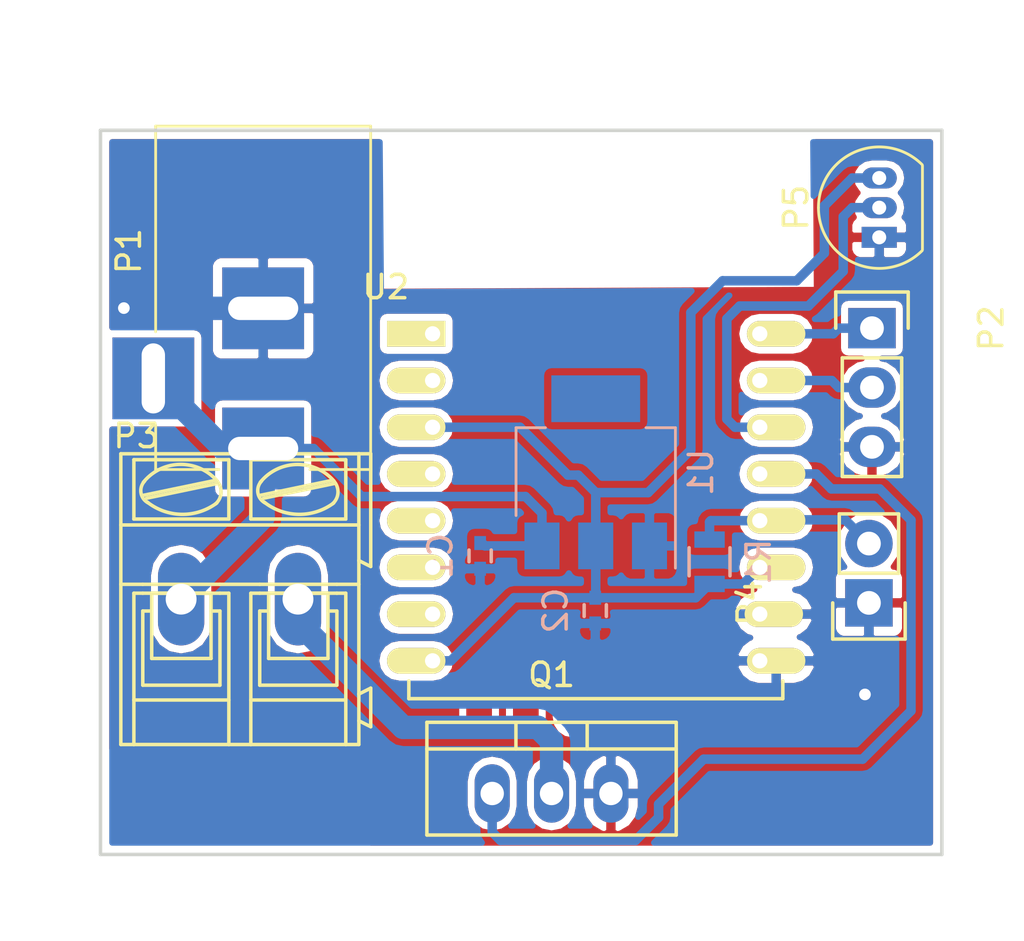
<source format=kicad_pcb>
(kicad_pcb (version 4) (host pcbnew 4.0.4-stable)

  (general
    (links 26)
    (no_connects 4)
    (area 153.7 69.42 197.520001 109.710001)
    (thickness 1.6)
    (drawings 5)
    (tracks 81)
    (zones 0)
    (modules 11)
    (nets 22)
  )

  (page A4)
  (layers
    (0 F.Cu signal)
    (31 B.Cu signal)
    (32 B.Adhes user)
    (33 F.Adhes user)
    (34 B.Paste user)
    (35 F.Paste user)
    (36 B.SilkS user)
    (37 F.SilkS user)
    (38 B.Mask user)
    (39 F.Mask user)
    (40 Dwgs.User user)
    (41 Cmts.User user)
    (42 Eco1.User user)
    (43 Eco2.User user)
    (44 Edge.Cuts user)
    (45 Margin user)
    (46 B.CrtYd user)
    (47 F.CrtYd user)
    (48 B.Fab user hide)
    (49 F.Fab user hide)
  )

  (setup
    (last_trace_width 0.405)
    (user_trace_width 0.405)
    (user_trace_width 1)
    (trace_clearance 0.2)
    (zone_clearance 0.3)
    (zone_45_only no)
    (trace_min 0.2)
    (segment_width 0.2)
    (edge_width 0.15)
    (via_size 0.6)
    (via_drill 0.4)
    (via_min_size 0.4)
    (via_min_drill 0.3)
    (user_via 1 0.5)
    (uvia_size 0.3)
    (uvia_drill 0.1)
    (uvias_allowed no)
    (uvia_min_size 0.2)
    (uvia_min_drill 0.1)
    (pcb_text_width 0.3)
    (pcb_text_size 1.5 1.5)
    (mod_edge_width 0.15)
    (mod_text_size 1 1)
    (mod_text_width 0.15)
    (pad_size 2.5 1.1)
    (pad_drill 0)
    (pad_to_mask_clearance 0.2)
    (aux_axis_origin 0 0)
    (visible_elements FFFFFF7F)
    (pcbplotparams
      (layerselection 0x00030_80000001)
      (usegerberextensions false)
      (excludeedgelayer true)
      (linewidth 0.100000)
      (plotframeref false)
      (viasonmask false)
      (mode 1)
      (useauxorigin false)
      (hpglpennumber 1)
      (hpglpenspeed 20)
      (hpglpendiameter 15)
      (hpglpenoverlay 2)
      (psnegative false)
      (psa4output false)
      (plotreference true)
      (plotvalue true)
      (plotinvisibletext false)
      (padsonsilk false)
      (subtractmaskfromsilk false)
      (outputformat 1)
      (mirror false)
      (drillshape 1)
      (scaleselection 1)
      (outputdirectory ""))
  )

  (net 0 "")
  (net 1 VCC)
  (net 2 GND)
  (net 3 +3V3)
  (net 4 /TX)
  (net 5 /RX)
  (net 6 /-V)
  (net 7 /GPIO0)
  (net 8 "Net-(Q1-Pad1)")
  (net 9 "Net-(U2-Pad1)")
  (net 10 "Net-(U2-Pad2)")
  (net 11 "Net-(U2-Pad4)")
  (net 12 "Net-(U2-Pad5)")
  (net 13 "Net-(U2-Pad6)")
  (net 14 "Net-(U2-Pad7)")
  (net 15 "Net-(U2-Pad17)")
  (net 16 "Net-(U2-Pad18)")
  (net 17 "Net-(U2-Pad19)")
  (net 18 "Net-(U2-Pad20)")
  (net 19 "Net-(U2-Pad21)")
  (net 20 "Net-(U2-Pad22)")
  (net 21 "Net-(P5-Pad2)")

  (net_class Default "This is the default net class."
    (clearance 0.2)
    (trace_width 0.25)
    (via_dia 0.6)
    (via_drill 0.4)
    (uvia_dia 0.3)
    (uvia_drill 0.1)
    (add_net +3V3)
    (add_net /-V)
    (add_net /GPIO0)
    (add_net /RX)
    (add_net /TX)
    (add_net GND)
    (add_net "Net-(P5-Pad2)")
    (add_net "Net-(Q1-Pad1)")
    (add_net "Net-(U2-Pad1)")
    (add_net "Net-(U2-Pad17)")
    (add_net "Net-(U2-Pad18)")
    (add_net "Net-(U2-Pad19)")
    (add_net "Net-(U2-Pad2)")
    (add_net "Net-(U2-Pad20)")
    (add_net "Net-(U2-Pad21)")
    (add_net "Net-(U2-Pad22)")
    (add_net "Net-(U2-Pad4)")
    (add_net "Net-(U2-Pad5)")
    (add_net "Net-(U2-Pad6)")
    (add_net "Net-(U2-Pad7)")
    (add_net VCC)
  )

  (module Capacitors_SMD:C_0402 (layer B.Cu) (tedit 5415D599) (tstamp 58664C23)
    (at 174.244 93.218 270)
    (descr "Capacitor SMD 0402, reflow soldering, AVX (see smccp.pdf)")
    (tags "capacitor 0402")
    (path /57E69BFC)
    (attr smd)
    (fp_text reference C1 (at 0 1.7 270) (layer B.SilkS)
      (effects (font (size 1 1) (thickness 0.15)) (justify mirror))
    )
    (fp_text value 100n (at 0 -1.7 270) (layer B.Fab)
      (effects (font (size 1 1) (thickness 0.15)) (justify mirror))
    )
    (fp_line (start -0.5 -0.25) (end -0.5 0.25) (layer B.Fab) (width 0.15))
    (fp_line (start 0.5 -0.25) (end -0.5 -0.25) (layer B.Fab) (width 0.15))
    (fp_line (start 0.5 0.25) (end 0.5 -0.25) (layer B.Fab) (width 0.15))
    (fp_line (start -0.5 0.25) (end 0.5 0.25) (layer B.Fab) (width 0.15))
    (fp_line (start -1.15 0.6) (end 1.15 0.6) (layer B.CrtYd) (width 0.05))
    (fp_line (start -1.15 -0.6) (end 1.15 -0.6) (layer B.CrtYd) (width 0.05))
    (fp_line (start -1.15 0.6) (end -1.15 -0.6) (layer B.CrtYd) (width 0.05))
    (fp_line (start 1.15 0.6) (end 1.15 -0.6) (layer B.CrtYd) (width 0.05))
    (fp_line (start 0.25 0.475) (end -0.25 0.475) (layer B.SilkS) (width 0.15))
    (fp_line (start -0.25 -0.475) (end 0.25 -0.475) (layer B.SilkS) (width 0.15))
    (pad 1 smd rect (at -0.55 0 270) (size 0.6 0.5) (layers B.Cu B.Paste B.Mask)
      (net 1 VCC))
    (pad 2 smd rect (at 0.55 0 270) (size 0.6 0.5) (layers B.Cu B.Paste B.Mask)
      (net 2 GND))
    (model Capacitors_SMD.3dshapes/C_0402.wrl
      (at (xyz 0 0 0))
      (scale (xyz 1 1 1))
      (rotate (xyz 0 0 0))
    )
  )

  (module Capacitors_SMD:C_0402 (layer B.Cu) (tedit 5415D599) (tstamp 58664C29)
    (at 179.17 95.56 270)
    (descr "Capacitor SMD 0402, reflow soldering, AVX (see smccp.pdf)")
    (tags "capacitor 0402")
    (path /57E69BD2)
    (attr smd)
    (fp_text reference C2 (at 0 1.7 270) (layer B.SilkS)
      (effects (font (size 1 1) (thickness 0.15)) (justify mirror))
    )
    (fp_text value 10u (at 0 -1.7 270) (layer B.Fab)
      (effects (font (size 1 1) (thickness 0.15)) (justify mirror))
    )
    (fp_line (start -0.5 -0.25) (end -0.5 0.25) (layer B.Fab) (width 0.15))
    (fp_line (start 0.5 -0.25) (end -0.5 -0.25) (layer B.Fab) (width 0.15))
    (fp_line (start 0.5 0.25) (end 0.5 -0.25) (layer B.Fab) (width 0.15))
    (fp_line (start -0.5 0.25) (end 0.5 0.25) (layer B.Fab) (width 0.15))
    (fp_line (start -1.15 0.6) (end 1.15 0.6) (layer B.CrtYd) (width 0.05))
    (fp_line (start -1.15 -0.6) (end 1.15 -0.6) (layer B.CrtYd) (width 0.05))
    (fp_line (start -1.15 0.6) (end -1.15 -0.6) (layer B.CrtYd) (width 0.05))
    (fp_line (start 1.15 0.6) (end 1.15 -0.6) (layer B.CrtYd) (width 0.05))
    (fp_line (start 0.25 0.475) (end -0.25 0.475) (layer B.SilkS) (width 0.15))
    (fp_line (start -0.25 -0.475) (end 0.25 -0.475) (layer B.SilkS) (width 0.15))
    (pad 1 smd rect (at -0.55 0 270) (size 0.6 0.5) (layers B.Cu B.Paste B.Mask)
      (net 3 +3V3))
    (pad 2 smd rect (at 0.55 0 270) (size 0.6 0.5) (layers B.Cu B.Paste B.Mask)
      (net 2 GND))
    (model Capacitors_SMD.3dshapes/C_0402.wrl
      (at (xyz 0 0 0))
      (scale (xyz 1 1 1))
      (rotate (xyz 0 0 0))
    )
  )

  (module Connect:BARREL_JACK (layer F.Cu) (tedit 5861378E) (tstamp 58664C30)
    (at 164.96 88.62 270)
    (descr "DC Barrel Jack")
    (tags "Power Jack")
    (path /57E69B46)
    (fp_text reference P1 (at -8.45 5.75 450) (layer F.SilkS)
      (effects (font (size 1 1) (thickness 0.15)))
    )
    (fp_text value CONN_01X03 (at -6.2 -5.5 270) (layer F.Fab)
      (effects (font (size 1 1) (thickness 0.15)))
    )
    (fp_line (start 1 -4.5) (end 1 -4.75) (layer F.CrtYd) (width 0.05))
    (fp_line (start 1 -4.75) (end -14 -4.75) (layer F.CrtYd) (width 0.05))
    (fp_line (start 1 -4.5) (end 1 -2) (layer F.CrtYd) (width 0.05))
    (fp_line (start 1 -2) (end 2 -2) (layer F.CrtYd) (width 0.05))
    (fp_line (start 2 -2) (end 2 2) (layer F.CrtYd) (width 0.05))
    (fp_line (start 2 2) (end 1 2) (layer F.CrtYd) (width 0.05))
    (fp_line (start 1 2) (end 1 4.75) (layer F.CrtYd) (width 0.05))
    (fp_line (start 1 4.75) (end -1 4.75) (layer F.CrtYd) (width 0.05))
    (fp_line (start -1 4.75) (end -1 6.75) (layer F.CrtYd) (width 0.05))
    (fp_line (start -1 6.75) (end -5 6.75) (layer F.CrtYd) (width 0.05))
    (fp_line (start -5 6.75) (end -5 4.75) (layer F.CrtYd) (width 0.05))
    (fp_line (start -5 4.75) (end -14 4.75) (layer F.CrtYd) (width 0.05))
    (fp_line (start -14 4.75) (end -14 -4.75) (layer F.CrtYd) (width 0.05))
    (fp_line (start -5 4.6) (end -13.8 4.6) (layer F.SilkS) (width 0.12))
    (fp_line (start -13.8 4.6) (end -13.8 -4.6) (layer F.SilkS) (width 0.12))
    (fp_line (start 0.9 1.9) (end 0.9 4.6) (layer F.SilkS) (width 0.12))
    (fp_line (start 0.9 4.6) (end -1 4.6) (layer F.SilkS) (width 0.12))
    (fp_line (start -13.8 -4.6) (end 0.9 -4.6) (layer F.SilkS) (width 0.12))
    (fp_line (start 0.9 -4.6) (end 0.9 -2) (layer F.SilkS) (width 0.12))
    (fp_line (start -10.2 -4.5) (end -10.2 4.5) (layer F.Fab) (width 0.1))
    (fp_line (start -13.7 -4.5) (end -13.7 4.5) (layer F.Fab) (width 0.1))
    (fp_line (start -13.7 4.5) (end 0.8 4.5) (layer F.Fab) (width 0.1))
    (fp_line (start 0.8 4.5) (end 0.8 -4.5) (layer F.Fab) (width 0.1))
    (fp_line (start 0.8 -4.5) (end -13.7 -4.5) (layer F.Fab) (width 0.1))
    (pad 1 thru_hole rect (at 0 0 270) (size 3.5 3.5) (drill oval 1 3) (layers *.Cu *.Mask)
      (net 1 VCC))
    (pad 2 thru_hole rect (at -6 0 270) (size 3.5 3.5) (drill oval 1 3) (layers *.Cu *.Mask)
      (net 2 GND))
    (pad 3 thru_hole rect (at -3 4.7 270) (size 3.5 3.5) (drill oval 3 1) (layers *.Cu *.Mask)
      (net 1 VCC))
  )

  (module Socket_Strips:Socket_Strip_Straight_1x03 (layer F.Cu) (tedit 54E9F429) (tstamp 58664C37)
    (at 191.01 83.47 270)
    (descr "Through hole socket strip")
    (tags "socket strip")
    (path /58664316)
    (fp_text reference P2 (at 0 -5.1 270) (layer F.SilkS)
      (effects (font (size 1 1) (thickness 0.15)))
    )
    (fp_text value Serial (at 0 -3.1 270) (layer F.Fab)
      (effects (font (size 1 1) (thickness 0.15)))
    )
    (fp_line (start 0 -1.55) (end -1.55 -1.55) (layer F.SilkS) (width 0.15))
    (fp_line (start -1.55 -1.55) (end -1.55 1.55) (layer F.SilkS) (width 0.15))
    (fp_line (start -1.55 1.55) (end 0 1.55) (layer F.SilkS) (width 0.15))
    (fp_line (start -1.75 -1.75) (end -1.75 1.75) (layer F.CrtYd) (width 0.05))
    (fp_line (start 6.85 -1.75) (end 6.85 1.75) (layer F.CrtYd) (width 0.05))
    (fp_line (start -1.75 -1.75) (end 6.85 -1.75) (layer F.CrtYd) (width 0.05))
    (fp_line (start -1.75 1.75) (end 6.85 1.75) (layer F.CrtYd) (width 0.05))
    (fp_line (start 1.27 -1.27) (end 6.35 -1.27) (layer F.SilkS) (width 0.15))
    (fp_line (start 6.35 -1.27) (end 6.35 1.27) (layer F.SilkS) (width 0.15))
    (fp_line (start 6.35 1.27) (end 1.27 1.27) (layer F.SilkS) (width 0.15))
    (fp_line (start 1.27 1.27) (end 1.27 -1.27) (layer F.SilkS) (width 0.15))
    (pad 1 thru_hole rect (at 0 0 270) (size 1.7272 2.032) (drill 1.016) (layers *.Cu *.Mask)
      (net 4 /TX))
    (pad 2 thru_hole oval (at 2.54 0 270) (size 1.7272 2.032) (drill 1.016) (layers *.Cu *.Mask)
      (net 5 /RX))
    (pad 3 thru_hole oval (at 5.08 0 270) (size 1.7272 2.032) (drill 1.016) (layers *.Cu *.Mask)
      (net 2 GND))
    (model Socket_Strips.3dshapes/Socket_Strip_Straight_1x03.wrl
      (at (xyz 0.1 0 0))
      (scale (xyz 1 1 1))
      (rotate (xyz 0 0 180))
    )
  )

  (module Socket_Strips:Socket_Strip_Straight_1x02 (layer F.Cu) (tedit 54E9F75E) (tstamp 58664C43)
    (at 190.88 95.23 90)
    (descr "Through hole socket strip")
    (tags "socket strip")
    (path /58664DBB)
    (fp_text reference P4 (at 0 -5.1 90) (layer F.SilkS)
      (effects (font (size 1 1) (thickness 0.15)))
    )
    (fp_text value ProgMod (at 0 -3.1 90) (layer F.Fab)
      (effects (font (size 1 1) (thickness 0.15)))
    )
    (fp_line (start -1.55 1.55) (end 0 1.55) (layer F.SilkS) (width 0.15))
    (fp_line (start 3.81 1.27) (end 1.27 1.27) (layer F.SilkS) (width 0.15))
    (fp_line (start -1.75 -1.75) (end -1.75 1.75) (layer F.CrtYd) (width 0.05))
    (fp_line (start 4.3 -1.75) (end 4.3 1.75) (layer F.CrtYd) (width 0.05))
    (fp_line (start -1.75 -1.75) (end 4.3 -1.75) (layer F.CrtYd) (width 0.05))
    (fp_line (start -1.75 1.75) (end 4.3 1.75) (layer F.CrtYd) (width 0.05))
    (fp_line (start 1.27 1.27) (end 1.27 -1.27) (layer F.SilkS) (width 0.15))
    (fp_line (start 0 -1.55) (end -1.55 -1.55) (layer F.SilkS) (width 0.15))
    (fp_line (start -1.55 -1.55) (end -1.55 1.55) (layer F.SilkS) (width 0.15))
    (fp_line (start 1.27 -1.27) (end 3.81 -1.27) (layer F.SilkS) (width 0.15))
    (fp_line (start 3.81 -1.27) (end 3.81 1.27) (layer F.SilkS) (width 0.15))
    (pad 1 thru_hole rect (at 0 0 90) (size 2.032 2.032) (drill 1.016) (layers *.Cu *.Mask)
      (net 2 GND))
    (pad 2 thru_hole oval (at 2.54 0 90) (size 2.032 2.032) (drill 1.016) (layers *.Cu *.Mask)
      (net 7 /GPIO0))
    (model Socket_Strips.3dshapes/Socket_Strip_Straight_1x02.wrl
      (at (xyz 0.05 0 0))
      (scale (xyz 1 1 1))
      (rotate (xyz 0 0 180))
    )
  )

  (module TO_SOT_Packages_THT:TO-220_Neutral123_Vertical (layer F.Cu) (tedit 0) (tstamp 58664C4A)
    (at 177.3 103.39)
    (descr "TO-220, Neutral, Vertical,")
    (tags "TO-220, Neutral, Vertical,")
    (path /58663ECC)
    (fp_text reference Q1 (at 0 -5.08) (layer F.SilkS)
      (effects (font (size 1 1) (thickness 0.15)))
    )
    (fp_text value Q_NMOS_GDS (at 0 3.81) (layer F.Fab)
      (effects (font (size 1 1) (thickness 0.15)))
    )
    (fp_line (start -1.524 -3.048) (end -1.524 -1.905) (layer F.SilkS) (width 0.15))
    (fp_line (start 1.524 -3.048) (end 1.524 -1.905) (layer F.SilkS) (width 0.15))
    (fp_line (start 5.334 -1.905) (end 5.334 1.778) (layer F.SilkS) (width 0.15))
    (fp_line (start 5.334 1.778) (end -5.334 1.778) (layer F.SilkS) (width 0.15))
    (fp_line (start -5.334 1.778) (end -5.334 -1.905) (layer F.SilkS) (width 0.15))
    (fp_line (start 5.334 -3.048) (end 5.334 -1.905) (layer F.SilkS) (width 0.15))
    (fp_line (start 5.334 -1.905) (end -5.334 -1.905) (layer F.SilkS) (width 0.15))
    (fp_line (start -5.334 -1.905) (end -5.334 -3.048) (layer F.SilkS) (width 0.15))
    (fp_line (start 0 -3.048) (end -5.334 -3.048) (layer F.SilkS) (width 0.15))
    (fp_line (start 0 -3.048) (end 5.334 -3.048) (layer F.SilkS) (width 0.15))
    (pad 2 thru_hole oval (at 0 0 90) (size 2.49936 1.50114) (drill 1.00076) (layers *.Cu *.Mask)
      (net 6 /-V))
    (pad 1 thru_hole oval (at -2.54 0 90) (size 2.49936 1.50114) (drill 1.00076) (layers *.Cu *.Mask)
      (net 8 "Net-(Q1-Pad1)"))
    (pad 3 thru_hole oval (at 2.54 0 90) (size 2.49936 1.50114) (drill 1.00076) (layers *.Cu *.Mask)
      (net 2 GND))
    (model TO_SOT_Packages_THT.3dshapes/TO-220_Neutral123_Vertical.wrl
      (at (xyz 0 0 0))
      (scale (xyz 0.3937 0.3937 0.3937))
      (rotate (xyz 0 0 0))
    )
  )

  (module Resistors_SMD:R_0805 (layer B.Cu) (tedit 58307B54) (tstamp 58664C50)
    (at 184.06 93.47 90)
    (descr "Resistor SMD 0805, reflow soldering, Vishay (see dcrcw.pdf)")
    (tags "resistor 0805")
    (path /586651E5)
    (attr smd)
    (fp_text reference R1 (at 0 2.1 90) (layer B.SilkS)
      (effects (font (size 1 1) (thickness 0.15)) (justify mirror))
    )
    (fp_text value 10k (at 0 -2.1 90) (layer B.Fab)
      (effects (font (size 1 1) (thickness 0.15)) (justify mirror))
    )
    (fp_line (start -1 -0.625) (end -1 0.625) (layer B.Fab) (width 0.1))
    (fp_line (start 1 -0.625) (end -1 -0.625) (layer B.Fab) (width 0.1))
    (fp_line (start 1 0.625) (end 1 -0.625) (layer B.Fab) (width 0.1))
    (fp_line (start -1 0.625) (end 1 0.625) (layer B.Fab) (width 0.1))
    (fp_line (start -1.6 1) (end 1.6 1) (layer B.CrtYd) (width 0.05))
    (fp_line (start -1.6 -1) (end 1.6 -1) (layer B.CrtYd) (width 0.05))
    (fp_line (start -1.6 1) (end -1.6 -1) (layer B.CrtYd) (width 0.05))
    (fp_line (start 1.6 1) (end 1.6 -1) (layer B.CrtYd) (width 0.05))
    (fp_line (start 0.6 -0.875) (end -0.6 -0.875) (layer B.SilkS) (width 0.15))
    (fp_line (start -0.6 0.875) (end 0.6 0.875) (layer B.SilkS) (width 0.15))
    (pad 1 smd rect (at -0.95 0 90) (size 0.7 1.3) (layers B.Cu B.Paste B.Mask)
      (net 3 +3V3))
    (pad 2 smd rect (at 0.95 0 90) (size 0.7 1.3) (layers B.Cu B.Paste B.Mask)
      (net 7 /GPIO0))
    (model Resistors_SMD.3dshapes/R_0805.wrl
      (at (xyz 0 0 0))
      (scale (xyz 1 1 1))
      (rotate (xyz 0 0 0))
    )
  )

  (module TO_SOT_Packages_SMD:SOT-223 (layer B.Cu) (tedit 583F3B4E) (tstamp 58664C58)
    (at 179.19 89.64 90)
    (descr "module CMS SOT223 4 pins")
    (tags "CMS SOT")
    (path /57E69AF7)
    (attr smd)
    (fp_text reference U1 (at 0 4.5 90) (layer B.SilkS)
      (effects (font (size 1 1) (thickness 0.15)) (justify mirror))
    )
    (fp_text value LD1117S33CTR (at 0 -4.5 90) (layer B.Fab)
      (effects (font (size 1 1) (thickness 0.15)) (justify mirror))
    )
    (fp_line (start 1.91 -3.41) (end 1.91 -2.15) (layer B.SilkS) (width 0.12))
    (fp_line (start 1.91 3.41) (end 1.91 2.15) (layer B.SilkS) (width 0.12))
    (fp_line (start 4.4 3.6) (end -4.4 3.6) (layer B.CrtYd) (width 0.05))
    (fp_line (start 4.4 -3.6) (end 4.4 3.6) (layer B.CrtYd) (width 0.05))
    (fp_line (start -4.4 -3.6) (end 4.4 -3.6) (layer B.CrtYd) (width 0.05))
    (fp_line (start -4.4 3.6) (end -4.4 -3.6) (layer B.CrtYd) (width 0.05))
    (fp_line (start -1.85 3.35) (end -1.85 -3.35) (layer B.Fab) (width 0.15))
    (fp_line (start -1.85 -3.41) (end 1.91 -3.41) (layer B.SilkS) (width 0.12))
    (fp_line (start -1.85 3.35) (end 1.85 3.35) (layer B.Fab) (width 0.15))
    (fp_line (start -4.1 3.41) (end 1.91 3.41) (layer B.SilkS) (width 0.12))
    (fp_line (start -1.85 -3.35) (end 1.85 -3.35) (layer B.Fab) (width 0.15))
    (fp_line (start 1.85 3.35) (end 1.85 -3.35) (layer B.Fab) (width 0.15))
    (pad 4 smd rect (at 3.15 0 90) (size 2 3.8) (layers B.Cu B.Paste B.Mask))
    (pad 2 smd rect (at -3.15 0 90) (size 2 1.5) (layers B.Cu B.Paste B.Mask)
      (net 3 +3V3))
    (pad 3 smd rect (at -3.15 -2.3 90) (size 2 1.5) (layers B.Cu B.Paste B.Mask)
      (net 1 VCC))
    (pad 1 smd rect (at -3.15 2.3 90) (size 2 1.5) (layers B.Cu B.Paste B.Mask)
      (net 2 GND))
    (model TO_SOT_Packages_SMD.3dshapes/SOT-223.wrl
      (at (xyz 0 0 0))
      (scale (xyz 0.4 0.4 0.4))
      (rotate (xyz 0 0 90))
    )
  )

  (module Connect:AK300-2 (layer F.Cu) (tedit 54792136) (tstamp 58665068)
    (at 161.45 95.07)
    (descr CONNECTOR)
    (tags CONNECTOR)
    (path /58664115)
    (attr virtual)
    (fp_text reference P3 (at -1.92 -6.985) (layer F.SilkS)
      (effects (font (size 1 1) (thickness 0.15)))
    )
    (fp_text value LED (at 2.779 7.747) (layer F.Fab)
      (effects (font (size 1 1) (thickness 0.15)))
    )
    (fp_line (start 8.363 -6.473) (end -2.83 -6.473) (layer F.CrtYd) (width 0.05))
    (fp_line (start 8.363 6.473) (end 8.363 -6.473) (layer F.CrtYd) (width 0.05))
    (fp_line (start -2.83 6.473) (end 8.363 6.473) (layer F.CrtYd) (width 0.05))
    (fp_line (start -2.83 -6.473) (end -2.83 6.473) (layer F.CrtYd) (width 0.05))
    (fp_line (start -1.2596 2.54) (end 1.2804 2.54) (layer F.SilkS) (width 0.15))
    (fp_line (start 1.2804 2.54) (end 1.2804 -0.254) (layer F.SilkS) (width 0.15))
    (fp_line (start -1.2596 -0.254) (end 1.2804 -0.254) (layer F.SilkS) (width 0.15))
    (fp_line (start -1.2596 2.54) (end -1.2596 -0.254) (layer F.SilkS) (width 0.15))
    (fp_line (start 3.7442 2.54) (end 6.2842 2.54) (layer F.SilkS) (width 0.15))
    (fp_line (start 6.2842 2.54) (end 6.2842 -0.254) (layer F.SilkS) (width 0.15))
    (fp_line (start 3.7442 -0.254) (end 6.2842 -0.254) (layer F.SilkS) (width 0.15))
    (fp_line (start 3.7442 2.54) (end 3.7442 -0.254) (layer F.SilkS) (width 0.15))
    (fp_line (start 7.605 -6.223) (end 7.605 -3.175) (layer F.SilkS) (width 0.15))
    (fp_line (start 7.605 -6.223) (end -2.58 -6.223) (layer F.SilkS) (width 0.15))
    (fp_line (start 7.605 -6.223) (end 8.113 -6.223) (layer F.SilkS) (width 0.15))
    (fp_line (start 8.113 -6.223) (end 8.113 -1.397) (layer F.SilkS) (width 0.15))
    (fp_line (start 8.113 -1.397) (end 7.605 -1.651) (layer F.SilkS) (width 0.15))
    (fp_line (start 8.113 5.461) (end 7.605 5.207) (layer F.SilkS) (width 0.15))
    (fp_line (start 7.605 5.207) (end 7.605 6.223) (layer F.SilkS) (width 0.15))
    (fp_line (start 8.113 3.81) (end 7.605 4.064) (layer F.SilkS) (width 0.15))
    (fp_line (start 7.605 4.064) (end 7.605 5.207) (layer F.SilkS) (width 0.15))
    (fp_line (start 8.113 3.81) (end 8.113 5.461) (layer F.SilkS) (width 0.15))
    (fp_line (start 2.9822 6.223) (end 2.9822 4.318) (layer F.SilkS) (width 0.15))
    (fp_line (start 7.0462 -0.254) (end 7.0462 4.318) (layer F.SilkS) (width 0.15))
    (fp_line (start 2.9822 6.223) (end 7.0462 6.223) (layer F.SilkS) (width 0.15))
    (fp_line (start 7.0462 6.223) (end 7.605 6.223) (layer F.SilkS) (width 0.15))
    (fp_line (start 2.0424 6.223) (end 2.0424 4.318) (layer F.SilkS) (width 0.15))
    (fp_line (start 2.0424 6.223) (end 2.9822 6.223) (layer F.SilkS) (width 0.15))
    (fp_line (start -2.0216 -0.254) (end -2.0216 4.318) (layer F.SilkS) (width 0.15))
    (fp_line (start -2.58 6.223) (end -2.0216 6.223) (layer F.SilkS) (width 0.15))
    (fp_line (start -2.0216 6.223) (end 2.0424 6.223) (layer F.SilkS) (width 0.15))
    (fp_line (start 2.9822 4.318) (end 7.0462 4.318) (layer F.SilkS) (width 0.15))
    (fp_line (start 2.9822 4.318) (end 2.9822 -0.254) (layer F.SilkS) (width 0.15))
    (fp_line (start 7.0462 4.318) (end 7.0462 6.223) (layer F.SilkS) (width 0.15))
    (fp_line (start 2.0424 4.318) (end -2.0216 4.318) (layer F.SilkS) (width 0.15))
    (fp_line (start 2.0424 4.318) (end 2.0424 -0.254) (layer F.SilkS) (width 0.15))
    (fp_line (start -2.0216 4.318) (end -2.0216 6.223) (layer F.SilkS) (width 0.15))
    (fp_line (start 6.6652 3.683) (end 6.6652 0.508) (layer F.SilkS) (width 0.15))
    (fp_line (start 6.6652 3.683) (end 3.3632 3.683) (layer F.SilkS) (width 0.15))
    (fp_line (start 3.3632 3.683) (end 3.3632 0.508) (layer F.SilkS) (width 0.15))
    (fp_line (start 1.6614 3.683) (end 1.6614 0.508) (layer F.SilkS) (width 0.15))
    (fp_line (start 1.6614 3.683) (end -1.6406 3.683) (layer F.SilkS) (width 0.15))
    (fp_line (start -1.6406 3.683) (end -1.6406 0.508) (layer F.SilkS) (width 0.15))
    (fp_line (start -1.6406 0.508) (end -1.2596 0.508) (layer F.SilkS) (width 0.15))
    (fp_line (start 1.6614 0.508) (end 1.2804 0.508) (layer F.SilkS) (width 0.15))
    (fp_line (start 3.3632 0.508) (end 3.7442 0.508) (layer F.SilkS) (width 0.15))
    (fp_line (start 6.6652 0.508) (end 6.2842 0.508) (layer F.SilkS) (width 0.15))
    (fp_line (start -2.58 6.223) (end -2.58 -0.635) (layer F.SilkS) (width 0.15))
    (fp_line (start -2.58 -0.635) (end -2.58 -3.175) (layer F.SilkS) (width 0.15))
    (fp_line (start 7.605 -1.651) (end 7.605 -0.635) (layer F.SilkS) (width 0.15))
    (fp_line (start 7.605 -0.635) (end 7.605 4.064) (layer F.SilkS) (width 0.15))
    (fp_line (start -2.58 -3.175) (end 7.605 -3.175) (layer F.SilkS) (width 0.15))
    (fp_line (start -2.58 -3.175) (end -2.58 -6.223) (layer F.SilkS) (width 0.15))
    (fp_line (start 7.605 -3.175) (end 7.605 -1.651) (layer F.SilkS) (width 0.15))
    (fp_line (start 2.9822 -3.429) (end 2.9822 -5.969) (layer F.SilkS) (width 0.15))
    (fp_line (start 2.9822 -5.969) (end 7.0462 -5.969) (layer F.SilkS) (width 0.15))
    (fp_line (start 7.0462 -5.969) (end 7.0462 -3.429) (layer F.SilkS) (width 0.15))
    (fp_line (start 7.0462 -3.429) (end 2.9822 -3.429) (layer F.SilkS) (width 0.15))
    (fp_line (start 2.0424 -3.429) (end 2.0424 -5.969) (layer F.SilkS) (width 0.15))
    (fp_line (start 2.0424 -3.429) (end -2.0216 -3.429) (layer F.SilkS) (width 0.15))
    (fp_line (start -2.0216 -3.429) (end -2.0216 -5.969) (layer F.SilkS) (width 0.15))
    (fp_line (start 2.0424 -5.969) (end -2.0216 -5.969) (layer F.SilkS) (width 0.15))
    (fp_line (start 3.3886 -4.445) (end 6.4366 -5.08) (layer F.SilkS) (width 0.15))
    (fp_line (start 3.5156 -4.318) (end 6.5636 -4.953) (layer F.SilkS) (width 0.15))
    (fp_line (start -1.6152 -4.445) (end 1.43534 -5.08) (layer F.SilkS) (width 0.15))
    (fp_line (start -1.4882 -4.318) (end 1.5598 -4.953) (layer F.SilkS) (width 0.15))
    (fp_line (start -2.0216 -0.254) (end -1.6406 -0.254) (layer F.SilkS) (width 0.15))
    (fp_line (start 2.0424 -0.254) (end 1.6614 -0.254) (layer F.SilkS) (width 0.15))
    (fp_line (start 1.6614 -0.254) (end -1.6406 -0.254) (layer F.SilkS) (width 0.15))
    (fp_line (start -2.58 -0.635) (end -1.6406 -0.635) (layer F.SilkS) (width 0.15))
    (fp_line (start -1.6406 -0.635) (end 1.6614 -0.635) (layer F.SilkS) (width 0.15))
    (fp_line (start 1.6614 -0.635) (end 3.3632 -0.635) (layer F.SilkS) (width 0.15))
    (fp_line (start 7.605 -0.635) (end 6.6652 -0.635) (layer F.SilkS) (width 0.15))
    (fp_line (start 6.6652 -0.635) (end 3.3632 -0.635) (layer F.SilkS) (width 0.15))
    (fp_line (start 7.0462 -0.254) (end 6.6652 -0.254) (layer F.SilkS) (width 0.15))
    (fp_line (start 2.9822 -0.254) (end 3.3632 -0.254) (layer F.SilkS) (width 0.15))
    (fp_line (start 3.3632 -0.254) (end 6.6652 -0.254) (layer F.SilkS) (width 0.15))
    (fp_arc (start 6.0302 -4.59486) (end 6.53566 -5.05206) (angle 90.5) (layer F.SilkS) (width 0.15))
    (fp_arc (start 5.065 -6.0706) (end 6.52804 -4.11734) (angle 75.5) (layer F.SilkS) (width 0.15))
    (fp_arc (start 4.98626 -3.7084) (end 3.3886 -5.0038) (angle 100) (layer F.SilkS) (width 0.15))
    (fp_arc (start 3.8712 -4.64566) (end 3.58164 -4.1275) (angle 104.2) (layer F.SilkS) (width 0.15))
    (fp_arc (start 1.0264 -4.59486) (end 1.5344 -5.05206) (angle 90.5) (layer F.SilkS) (width 0.15))
    (fp_arc (start 0.06374 -6.0706) (end 1.52678 -4.11734) (angle 75.5) (layer F.SilkS) (width 0.15))
    (fp_arc (start -0.01246 -3.7084) (end -1.6152 -5.0038) (angle 100) (layer F.SilkS) (width 0.15))
    (fp_arc (start -1.1326 -4.64566) (end -1.41962 -4.1275) (angle 104.2) (layer F.SilkS) (width 0.15))
    (pad 1 thru_hole oval (at 0 0) (size 1.9812 3.9624) (drill 1.3208) (layers *.Cu F.Paste F.Mask)
      (net 1 VCC))
    (pad 2 thru_hole oval (at 5 0) (size 1.9812 3.9624) (drill 1.3208) (layers *.Cu F.Paste F.Mask)
      (net 6 /-V))
  )

  (module ESP8266:ESP-12E (layer F.Cu) (tedit 559F8D21) (tstamp 586651ED)
    (at 172.21 83.71)
    (descr "Module, ESP-8266, ESP-12, 16 pad, SMD")
    (tags "Module ESP-8266 ESP8266")
    (path /586646F6)
    (fp_text reference U2 (at -2 -2) (layer F.SilkS)
      (effects (font (size 1 1) (thickness 0.15)))
    )
    (fp_text value ESP-12E (at 8 1) (layer F.Fab)
      (effects (font (size 1 1) (thickness 0.15)))
    )
    (fp_line (start -2.25 -0.5) (end -2.25 -8.75) (layer F.CrtYd) (width 0.05))
    (fp_line (start -2.25 -8.75) (end 15.25 -8.75) (layer F.CrtYd) (width 0.05))
    (fp_line (start 15.25 -8.75) (end 16.25 -8.75) (layer F.CrtYd) (width 0.05))
    (fp_line (start 16.25 -8.75) (end 16.25 16) (layer F.CrtYd) (width 0.05))
    (fp_line (start 16.25 16) (end -2.25 16) (layer F.CrtYd) (width 0.05))
    (fp_line (start -2.25 16) (end -2.25 -0.5) (layer F.CrtYd) (width 0.05))
    (fp_line (start -1.016 -8.382) (end 14.986 -8.382) (layer F.CrtYd) (width 0.1524))
    (fp_line (start 14.986 -8.382) (end 14.986 -0.889) (layer F.CrtYd) (width 0.1524))
    (fp_line (start -1.016 -8.382) (end -1.016 -1.016) (layer F.CrtYd) (width 0.1524))
    (fp_line (start -1.016 14.859) (end -1.016 15.621) (layer F.SilkS) (width 0.1524))
    (fp_line (start -1.016 15.621) (end 14.986 15.621) (layer F.SilkS) (width 0.1524))
    (fp_line (start 14.986 15.621) (end 14.986 14.859) (layer F.SilkS) (width 0.1524))
    (fp_line (start 14.992 -8.4) (end -1.008 -2.6) (layer F.CrtYd) (width 0.1524))
    (fp_line (start -1.008 -8.4) (end 14.992 -2.6) (layer F.CrtYd) (width 0.1524))
    (fp_text user "No Copper" (at 6.892 -5.4) (layer F.CrtYd)
      (effects (font (size 1 1) (thickness 0.15)))
    )
    (fp_line (start -1.008 -2.6) (end 14.992 -2.6) (layer F.CrtYd) (width 0.1524))
    (fp_line (start 15 -8.4) (end 15 15.6) (layer F.Fab) (width 0.05))
    (fp_line (start 14.992 15.6) (end -1.008 15.6) (layer F.Fab) (width 0.05))
    (fp_line (start -1.008 15.6) (end -1.008 -8.4) (layer F.Fab) (width 0.05))
    (fp_line (start -1.008 -8.4) (end 14.992 -8.4) (layer F.Fab) (width 0.05))
    (pad 1 thru_hole rect (at 0 0) (size 2.5 1.1) (drill 0.65 (offset -0.7 0)) (layers *.Cu *.Mask F.SilkS)
      (net 9 "Net-(U2-Pad1)"))
    (pad 2 thru_hole oval (at 0 2) (size 2.5 1.1) (drill 0.65 (offset -0.7 0)) (layers *.Cu *.Mask F.SilkS)
      (net 10 "Net-(U2-Pad2)"))
    (pad 3 thru_hole oval (at 0 4) (size 2.5 1.1) (drill 0.65 (offset -0.7 0)) (layers *.Cu *.Mask F.SilkS)
      (net 3 +3V3))
    (pad 4 thru_hole oval (at 0 6) (size 2.5 1.1) (drill 0.65 (offset -0.7 0)) (layers *.Cu *.Mask F.SilkS)
      (net 11 "Net-(U2-Pad4)"))
    (pad 5 thru_hole oval (at 0 8) (size 2.5 1.1) (drill 0.65 (offset -0.7 0)) (layers *.Cu *.Mask F.SilkS)
      (net 12 "Net-(U2-Pad5)"))
    (pad 6 thru_hole oval (at 0 10) (size 2.5 1.1) (drill 0.65 (offset -0.7 0)) (layers *.Cu *.Mask F.SilkS)
      (net 13 "Net-(U2-Pad6)"))
    (pad 7 thru_hole oval (at 0 12) (size 2.5 1.1) (drill 0.65 (offset -0.7 0)) (layers *.Cu *.Mask F.SilkS)
      (net 14 "Net-(U2-Pad7)"))
    (pad 8 thru_hole oval (at 0 14) (size 2.5 1.1) (drill 0.65 (offset -0.7 0)) (layers *.Cu *.Mask F.SilkS)
      (net 3 +3V3))
    (pad 9 thru_hole oval (at 14 14) (size 2.5 1.1) (drill 0.65 (offset 0.7 0)) (layers *.Cu *.Mask F.SilkS)
      (net 2 GND))
    (pad 10 thru_hole oval (at 14 12) (size 2.5 1.1) (drill 0.65 (offset 0.6 0)) (layers *.Cu *.Mask F.SilkS)
      (net 2 GND))
    (pad 11 thru_hole oval (at 14 10) (size 2.5 1.1) (drill 0.65 (offset 0.7 0)) (layers *.Cu *.Mask F.SilkS)
      (net 3 +3V3))
    (pad 12 thru_hole oval (at 14 8) (size 2.5 1.1) (drill 0.65 (offset 0.7 0)) (layers *.Cu *.Mask F.SilkS)
      (net 7 /GPIO0))
    (pad 13 thru_hole oval (at 14 6) (size 2.5 1.1) (drill 0.65 (offset 0.7 0)) (layers *.Cu *.Mask F.SilkS)
      (net 8 "Net-(Q1-Pad1)"))
    (pad 14 thru_hole oval (at 14 4) (size 2.5 1.1) (drill 0.65 (offset 0.7 0)) (layers *.Cu *.Mask F.SilkS)
      (net 21 "Net-(P5-Pad2)"))
    (pad 15 thru_hole oval (at 14 2) (size 2.5 1.1) (drill 0.65 (offset 0.7 0)) (layers *.Cu *.Mask F.SilkS)
      (net 5 /RX))
    (pad 16 thru_hole oval (at 14 0) (size 2.5 1.1) (drill 0.65 (offset 0.7 0)) (layers *.Cu *.Mask F.SilkS)
      (net 4 /TX))
    (pad 17 smd oval (at 1.99 15.75 90) (size 2.4 1.1) (layers F.Cu F.Paste F.Mask)
      (net 15 "Net-(U2-Pad17)"))
    (pad 18 smd oval (at 3.99 15.75 90) (size 2.4 1.1) (layers F.Cu F.Paste F.Mask)
      (net 16 "Net-(U2-Pad18)"))
    (pad 19 smd oval (at 5.99 15.75 90) (size 2.4 1.1) (layers F.Cu F.Paste F.Mask)
      (net 17 "Net-(U2-Pad19)"))
    (pad 20 smd oval (at 7.99 15.75 90) (size 2.4 1.1) (layers F.Cu F.Paste F.Mask)
      (net 18 "Net-(U2-Pad20)"))
    (pad 21 smd oval (at 9.99 15.75 90) (size 2.4 1.1) (layers F.Cu F.Paste F.Mask)
      (net 19 "Net-(U2-Pad21)"))
    (pad 22 smd oval (at 11.99 15.75 90) (size 2.4 1.1) (layers F.Cu F.Paste F.Mask)
      (net 20 "Net-(U2-Pad22)"))
    (model ${ESPLIB}/ESP8266.3dshapes/ESP-12.wrl
      (at (xyz 0 0 0))
      (scale (xyz 0.3937 0.3937 0.3937))
      (rotate (xyz 0 0 0))
    )
  )

  (module TO_SOT_Packages_THT:TO-92_Inline_Narrow_Oval (layer F.Cu) (tedit 58610929) (tstamp 5866596E)
    (at 191.32 79.58 90)
    (descr "TO-92 leads in-line, narrow, oval pads, drill 0.6mm (see NXP sot054_po.pdf)")
    (tags "to-92 sc-43 sc-43a sot54 PA33 transistor")
    (path /5866589E)
    (fp_text reference P5 (at 1.27 -3.556 90) (layer F.SilkS)
      (effects (font (size 1 1) (thickness 0.15)))
    )
    (fp_text value DS18B20 (at 1.27 2.794 90) (layer F.Fab)
      (effects (font (size 1 1) (thickness 0.15)))
    )
    (fp_line (start -1.65 -2.9) (end 4.15 -2.9) (layer F.CrtYd) (width 0.05))
    (fp_line (start 4.15 -2.9) (end 4.15 2.2) (layer F.CrtYd) (width 0.05))
    (fp_line (start 4.15 2.2) (end -1.65 2.2) (layer F.CrtYd) (width 0.05))
    (fp_line (start -1.65 2.2) (end -1.65 -2.9) (layer F.CrtYd) (width 0.05))
    (fp_line (start -0.53 1.85) (end 3.07 1.85) (layer F.SilkS) (width 0.12))
    (fp_line (start -0.5 1.75) (end 3 1.75) (layer F.Fab) (width 0.1))
    (fp_arc (start 1.27 0) (end 1.27 -2.48) (angle 135) (layer F.Fab) (width 0.1))
    (fp_arc (start 1.27 0) (end 1.27 -2.6) (angle -135) (layer F.SilkS) (width 0.12))
    (fp_arc (start 1.27 0) (end 1.27 -2.48) (angle -135) (layer F.Fab) (width 0.1))
    (fp_arc (start 1.27 0) (end 1.27 -2.6) (angle 135) (layer F.SilkS) (width 0.12))
    (pad 2 thru_hole oval (at 1.27 0 270) (size 0.89916 1.50114) (drill 0.6) (layers *.Cu *.Mask)
      (net 21 "Net-(P5-Pad2)"))
    (pad 3 thru_hole oval (at 2.54 0 270) (size 0.89916 1.50114) (drill 0.6) (layers *.Cu *.Mask)
      (net 3 +3V3))
    (pad 1 thru_hole rect (at 0 0 270) (size 0.89916 1.50114) (drill 0.6) (layers *.Cu *.Mask)
      (net 2 GND))
    (model TO_SOT_Packages_THT.3dshapes/TO-92_Inline_Narrow_Oval.wrl
      (at (xyz 0.05 0 0))
      (scale (xyz 1 1 1))
      (rotate (xyz 0 0 -90))
    )
  )

  (gr_text "ESP8266\nDimmer v0.1" (at 158.66 103.74) (layer F.Cu)
    (effects (font (size 1.1 1.1) (thickness 0.25)) (justify left))
  )
  (gr_line (start 158 75) (end 158 106) (layer Edge.Cuts) (width 0.15))
  (gr_line (start 194 106) (end 158 106) (layer Edge.Cuts) (width 0.15))
  (gr_line (start 194 75) (end 194 106) (layer Edge.Cuts) (width 0.15))
  (gr_line (start 158 75) (end 194 75) (layer Edge.Cuts) (width 0.15))

  (segment (start 176.183 90.678) (end 169.672 90.678) (width 0.405) (layer B.Cu) (net 1))
  (segment (start 164.96 88.62) (end 167.115 88.62) (width 0.405) (layer B.Cu) (net 1))
  (segment (start 167.115 88.62) (end 169.173 90.678) (width 0.405) (layer B.Cu) (net 1))
  (segment (start 169.173 90.678) (end 169.672 90.678) (width 0.405) (layer B.Cu) (net 1))
  (segment (start 176.89 92.79) (end 176.89 91.385) (width 0.405) (layer B.Cu) (net 1))
  (segment (start 176.89 91.385) (end 176.183 90.678) (width 0.405) (layer B.Cu) (net 1))
  (segment (start 174.244 92.668) (end 174.328 92.668) (width 0.405) (layer B.Cu) (net 1))
  (segment (start 174.328 92.668) (end 174.45 92.79) (width 0.405) (layer B.Cu) (net 1))
  (segment (start 164.96 88.62) (end 164.96 91.56) (width 1) (layer B.Cu) (net 1))
  (segment (start 164.96 91.56) (end 161.45 95.07) (width 1) (layer B.Cu) (net 1))
  (segment (start 164.96 88.62) (end 163.26 88.62) (width 1) (layer B.Cu) (net 1))
  (segment (start 163.26 88.62) (end 160.26 85.62) (width 1) (layer B.Cu) (net 1))
  (segment (start 176.89 92.79) (end 174.45 92.79) (width 0.405) (layer B.Cu) (net 1))
  (segment (start 164.96 82.62) (end 159.01 82.62) (width 1) (layer B.Cu) (net 2))
  (segment (start 159.01 82.62) (end 159 82.61) (width 1) (layer B.Cu) (net 2))
  (via (at 159 82.61) (size 1) (drill 0.5) (layers F.Cu B.Cu) (net 2))
  (segment (start 190.88 95.23) (end 190.88 98.98) (width 0.405) (layer B.Cu) (net 2))
  (segment (start 190.88 98.98) (end 190.71 99.15) (width 0.405) (layer B.Cu) (net 2))
  (via (at 190.71 99.15) (size 1) (drill 0.5) (layers F.Cu B.Cu) (net 2))
  (segment (start 183.26 88.68) (end 181.43 90.51) (width 0.405) (layer B.Cu) (net 3))
  (segment (start 181.43 90.51) (end 179.19 90.51) (width 0.405) (layer B.Cu) (net 3))
  (segment (start 183.26 82.8) (end 183.26 88.68) (width 0.405) (layer B.Cu) (net 3))
  (segment (start 184.62 81.44) (end 183.26 82.8) (width 0.405) (layer B.Cu) (net 3))
  (segment (start 187.79 81.44) (end 184.62 81.44) (width 0.405) (layer B.Cu) (net 3))
  (segment (start 188.97443 80.25557) (end 187.79 81.44) (width 0.405) (layer B.Cu) (net 3))
  (segment (start 188.97443 78.23) (end 188.97443 80.25557) (width 0.405) (layer B.Cu) (net 3))
  (segment (start 191.32 77.04) (end 190.16443 77.04) (width 0.405) (layer B.Cu) (net 3))
  (segment (start 190.16443 77.04) (end 188.97443 78.23) (width 0.405) (layer B.Cu) (net 3))
  (segment (start 172.21 87.71) (end 175.95 87.71) (width 0.405) (layer B.Cu) (net 3))
  (segment (start 175.95 87.71) (end 178 89.76) (width 0.405) (layer B.Cu) (net 3))
  (segment (start 178 89.76) (end 178.44 89.76) (width 0.405) (layer B.Cu) (net 3))
  (segment (start 178.44 89.76) (end 179.19 90.51) (width 0.405) (layer B.Cu) (net 3))
  (segment (start 179.19 90.51) (end 179.19 92.79) (width 0.405) (layer B.Cu) (net 3))
  (segment (start 179.17 95.01) (end 183.47 95.01) (width 0.405) (layer B.Cu) (net 3))
  (segment (start 183.47 95.01) (end 184.06 94.42) (width 0.405) (layer B.Cu) (net 3))
  (segment (start 172.21 97.71) (end 172.99 97.71) (width 0.405) (layer B.Cu) (net 3))
  (segment (start 172.99 97.71) (end 175.69 95.01) (width 0.405) (layer B.Cu) (net 3))
  (segment (start 175.69 95.01) (end 179.17 95.01) (width 0.405) (layer B.Cu) (net 3))
  (segment (start 179.19 92.79) (end 179.19 94.99) (width 0.405) (layer B.Cu) (net 3))
  (segment (start 179.19 94.99) (end 179.17 95.01) (width 0.405) (layer B.Cu) (net 3))
  (segment (start 184.06 94.42) (end 185.5 94.42) (width 0.405) (layer B.Cu) (net 3))
  (segment (start 185.5 94.42) (end 186.21 93.71) (width 0.405) (layer B.Cu) (net 3))
  (segment (start 191.01 83.47) (end 189.589 83.47) (width 0.405) (layer B.Cu) (net 4))
  (segment (start 189.589 83.47) (end 189.349 83.71) (width 0.405) (layer B.Cu) (net 4))
  (segment (start 189.349 83.71) (end 186.21 83.71) (width 0.405) (layer B.Cu) (net 4))
  (segment (start 191.01 86.01) (end 189.589 86.01) (width 0.405) (layer B.Cu) (net 5))
  (segment (start 189.589 86.01) (end 189.289 85.71) (width 0.405) (layer B.Cu) (net 5))
  (segment (start 189.289 85.71) (end 186.21 85.71) (width 0.405) (layer B.Cu) (net 5))
  (segment (start 166.45 95.07) (end 166.45 96.0606) (width 1) (layer B.Cu) (net 6))
  (segment (start 177.3 101.14032) (end 177.3 103.39) (width 1) (layer B.Cu) (net 6))
  (segment (start 166.45 96.0606) (end 170.9494 100.56) (width 1) (layer B.Cu) (net 6))
  (segment (start 170.9494 100.56) (end 176.71968 100.56) (width 1) (layer B.Cu) (net 6))
  (segment (start 176.71968 100.56) (end 177.3 101.14032) (width 1) (layer B.Cu) (net 6))
  (segment (start 190.88 92.69) (end 189.864001 91.674001) (width 0.405) (layer B.Cu) (net 7))
  (segment (start 189.864001 91.674001) (end 186.245999 91.674001) (width 0.405) (layer B.Cu) (net 7))
  (segment (start 186.245999 91.674001) (end 186.21 91.71) (width 0.405) (layer B.Cu) (net 7))
  (segment (start 186.21 91.71) (end 184.115 91.71) (width 0.405) (layer B.Cu) (net 7))
  (segment (start 184.115 91.71) (end 184.06 91.765) (width 0.405) (layer B.Cu) (net 7))
  (segment (start 184.06 91.765) (end 184.06 92.52) (width 0.405) (layer B.Cu) (net 7))
  (segment (start 192.68 91.69) (end 192.68 99.85) (width 0.405) (layer B.Cu) (net 8))
  (segment (start 192.68 99.85) (end 190.61 101.92) (width 0.405) (layer B.Cu) (net 8))
  (segment (start 191.34 90.35) (end 192.68 91.69) (width 0.405) (layer B.Cu) (net 8))
  (segment (start 189.27 90.35) (end 191.34 90.35) (width 0.405) (layer B.Cu) (net 8))
  (segment (start 174.76 103.39) (end 174.76 105.04468) (width 0.405) (layer B.Cu) (net 8))
  (segment (start 174.76 105.04468) (end 175.11532 105.4) (width 0.405) (layer B.Cu) (net 8))
  (segment (start 180.89 105.4) (end 181.88 104.41) (width 0.405) (layer B.Cu) (net 8))
  (segment (start 181.88 104.41) (end 181.88 103.85) (width 0.405) (layer B.Cu) (net 8))
  (segment (start 175.11532 105.4) (end 180.89 105.4) (width 0.405) (layer B.Cu) (net 8))
  (segment (start 181.88 103.85) (end 183.81 101.92) (width 0.405) (layer B.Cu) (net 8))
  (segment (start 183.81 101.92) (end 190.61 101.92) (width 0.405) (layer B.Cu) (net 8))
  (segment (start 189.27 90.35) (end 188.63 89.71) (width 0.405) (layer B.Cu) (net 8))
  (segment (start 188.63 89.71) (end 186.21 89.71) (width 0.405) (layer B.Cu) (net 8))
  (segment (start 184.8 87.36) (end 185.15 87.71) (width 0.405) (layer B.Cu) (net 21))
  (segment (start 185.15 87.71) (end 186.21 87.71) (width 0.405) (layer B.Cu) (net 21))
  (segment (start 184.8 83.07) (end 184.8 87.36) (width 0.405) (layer B.Cu) (net 21))
  (segment (start 185.35 82.52) (end 184.8 83.07) (width 0.405) (layer B.Cu) (net 21))
  (segment (start 188.29 82.52) (end 185.35 82.52) (width 0.405) (layer B.Cu) (net 21))
  (segment (start 189.78 81.03) (end 188.29 82.52) (width 0.405) (layer B.Cu) (net 21))
  (segment (start 189.78 78.69443) (end 189.78 81.03) (width 0.405) (layer B.Cu) (net 21))
  (segment (start 190.16443 78.31) (end 189.78 78.69443) (width 0.405) (layer B.Cu) (net 21))
  (segment (start 191.32 78.31) (end 190.16443 78.31) (width 0.405) (layer B.Cu) (net 21))

  (zone (net 0) (net_name "") (layer B.Cu) (tstamp 0) (hatch edge 0.508)
    (connect_pads (clearance 0.508))
    (min_thickness 0.254)
    (keepout (tracks not_allowed) (vias not_allowed) (copperpour not_allowed))
    (fill (arc_segments 16) (thermal_gap 0.508) (thermal_bridge_width 0.508))
    (polygon
      (pts
        (xy 170.07 74.85) (xy 188.36 74.91) (xy 188.42 81.73) (xy 170.13 81.79)
      )
    )
  )
  (zone (net 2) (net_name GND) (layer F.Cu) (tstamp 0) (hatch edge 0.508)
    (connect_pads (clearance 0.3))
    (min_thickness 0.254)
    (fill yes (arc_segments 16) (thermal_gap 0.4) (thermal_bridge_width 0.4))
    (polygon
      (pts
        (xy 155.94 72.86) (xy 195.93 71.81) (xy 196.47 107.82) (xy 156.22 108.35)
      )
    )
    (filled_polygon
      (pts
        (xy 169.853005 81.778904) (xy 169.861886 81.826669) (xy 169.889348 81.868945) (xy 169.931095 81.897206) (xy 169.980548 81.906999)
        (xy 188.520548 81.826999) (xy 188.566852 81.818042) (xy 188.609086 81.790514) (xy 188.637282 81.748723) (xy 188.646998 81.699255)
        (xy 188.63577 79.78475) (xy 190.04243 79.78475) (xy 190.04243 80.134407) (xy 190.122661 80.328102) (xy 190.270909 80.476349)
        (xy 190.464603 80.55658) (xy 191.11525 80.55658) (xy 191.247 80.42483) (xy 191.247 79.653) (xy 191.393 79.653)
        (xy 191.393 80.42483) (xy 191.52475 80.55658) (xy 192.175397 80.55658) (xy 192.369091 80.476349) (xy 192.517339 80.328102)
        (xy 192.59757 80.134407) (xy 192.59757 79.78475) (xy 192.46582 79.653) (xy 191.393 79.653) (xy 191.247 79.653)
        (xy 190.17418 79.653) (xy 190.04243 79.78475) (xy 188.63577 79.78475) (xy 188.631318 79.025593) (xy 190.04243 79.025593)
        (xy 190.04243 79.37525) (xy 190.17418 79.507) (xy 191.247 79.507) (xy 191.247 79.487) (xy 191.393 79.487)
        (xy 191.393 79.507) (xy 192.46582 79.507) (xy 192.59757 79.37525) (xy 192.59757 79.025593) (xy 192.517339 78.831898)
        (xy 192.404639 78.719199) (xy 192.453914 78.645453) (xy 192.52064 78.31) (xy 192.453914 77.974547) (xy 192.263896 77.690164)
        (xy 192.241201 77.675) (xy 192.263896 77.659836) (xy 192.453914 77.375453) (xy 192.52064 77.04) (xy 192.453914 76.704547)
        (xy 192.263896 76.420164) (xy 191.979513 76.230146) (xy 191.64406 76.16342) (xy 190.99594 76.16342) (xy 190.660487 76.230146)
        (xy 190.376104 76.420164) (xy 190.186086 76.704547) (xy 190.11936 77.04) (xy 190.186086 77.375453) (xy 190.376104 77.659836)
        (xy 190.398799 77.675) (xy 190.376104 77.690164) (xy 190.186086 77.974547) (xy 190.11936 78.31) (xy 190.186086 78.645453)
        (xy 190.235361 78.719199) (xy 190.122661 78.831898) (xy 190.04243 79.025593) (xy 188.631318 79.025593) (xy 188.61065 75.502)
        (xy 193.498 75.502) (xy 193.498 105.498) (xy 169.563191 105.498) (xy 169.563191 102.858042) (xy 173.58243 102.858042)
        (xy 173.58243 103.921958) (xy 173.672067 104.372595) (xy 173.927332 104.754626) (xy 174.309363 105.009891) (xy 174.76 105.099528)
        (xy 175.210637 105.009891) (xy 175.592668 104.754626) (xy 175.847933 104.372595) (xy 175.93757 103.921958) (xy 175.93757 102.858042)
        (xy 176.12243 102.858042) (xy 176.12243 103.921958) (xy 176.212067 104.372595) (xy 176.467332 104.754626) (xy 176.849363 105.009891)
        (xy 177.3 105.099528) (xy 177.750637 105.009891) (xy 178.132668 104.754626) (xy 178.387933 104.372595) (xy 178.47757 103.921958)
        (xy 178.47757 103.463) (xy 178.56243 103.463) (xy 178.56243 103.96211) (xy 178.687615 104.445458) (xy 178.98824 104.844107)
        (xy 179.418538 105.097367) (xy 179.568369 105.13747) (xy 179.767 105.032602) (xy 179.767 103.463) (xy 179.913 103.463)
        (xy 179.913 105.032602) (xy 180.111631 105.13747) (xy 180.261462 105.097367) (xy 180.69176 104.844107) (xy 180.992385 104.445458)
        (xy 181.11757 103.96211) (xy 181.11757 103.463) (xy 179.913 103.463) (xy 179.767 103.463) (xy 178.56243 103.463)
        (xy 178.47757 103.463) (xy 178.47757 102.858042) (xy 178.469584 102.81789) (xy 178.56243 102.81789) (xy 178.56243 103.317)
        (xy 179.767 103.317) (xy 179.767 101.747398) (xy 179.913 101.747398) (xy 179.913 103.317) (xy 181.11757 103.317)
        (xy 181.11757 102.81789) (xy 180.992385 102.334542) (xy 180.69176 101.935893) (xy 180.261462 101.682633) (xy 180.111631 101.64253)
        (xy 179.913 101.747398) (xy 179.767 101.747398) (xy 179.568369 101.64253) (xy 179.418538 101.682633) (xy 178.98824 101.935893)
        (xy 178.687615 102.334542) (xy 178.56243 102.81789) (xy 178.469584 102.81789) (xy 178.387933 102.407405) (xy 178.132668 102.025374)
        (xy 177.750637 101.770109) (xy 177.3 101.680472) (xy 176.849363 101.770109) (xy 176.467332 102.025374) (xy 176.212067 102.407405)
        (xy 176.12243 102.858042) (xy 175.93757 102.858042) (xy 175.847933 102.407405) (xy 175.592668 102.025374) (xy 175.210637 101.770109)
        (xy 174.76 101.680472) (xy 174.309363 101.770109) (xy 173.927332 102.025374) (xy 173.672067 102.407405) (xy 173.58243 102.858042)
        (xy 169.563191 102.858042) (xy 169.563191 101.468) (xy 158.502 101.468) (xy 158.502 98.778125) (xy 173.223 98.778125)
        (xy 173.223 100.141875) (xy 173.29737 100.515757) (xy 173.509157 100.832718) (xy 173.826118 101.044505) (xy 174.2 101.118875)
        (xy 174.573882 101.044505) (xy 174.890843 100.832718) (xy 175.10263 100.515757) (xy 175.177 100.141875) (xy 175.177 98.778125)
        (xy 175.223 98.778125) (xy 175.223 100.141875) (xy 175.29737 100.515757) (xy 175.509157 100.832718) (xy 175.826118 101.044505)
        (xy 176.2 101.118875) (xy 176.573882 101.044505) (xy 176.890843 100.832718) (xy 177.10263 100.515757) (xy 177.177 100.141875)
        (xy 177.177 98.778125) (xy 177.223 98.778125) (xy 177.223 100.141875) (xy 177.29737 100.515757) (xy 177.509157 100.832718)
        (xy 177.826118 101.044505) (xy 178.2 101.118875) (xy 178.573882 101.044505) (xy 178.890843 100.832718) (xy 179.10263 100.515757)
        (xy 179.177 100.141875) (xy 179.177 98.778125) (xy 179.223 98.778125) (xy 179.223 100.141875) (xy 179.29737 100.515757)
        (xy 179.509157 100.832718) (xy 179.826118 101.044505) (xy 180.2 101.118875) (xy 180.573882 101.044505) (xy 180.890843 100.832718)
        (xy 181.10263 100.515757) (xy 181.177 100.141875) (xy 181.177 98.778125) (xy 181.223 98.778125) (xy 181.223 100.141875)
        (xy 181.29737 100.515757) (xy 181.509157 100.832718) (xy 181.826118 101.044505) (xy 182.2 101.118875) (xy 182.573882 101.044505)
        (xy 182.890843 100.832718) (xy 183.10263 100.515757) (xy 183.177 100.141875) (xy 183.177 98.778125) (xy 183.223 98.778125)
        (xy 183.223 100.141875) (xy 183.29737 100.515757) (xy 183.509157 100.832718) (xy 183.826118 101.044505) (xy 184.2 101.118875)
        (xy 184.573882 101.044505) (xy 184.890843 100.832718) (xy 185.10263 100.515757) (xy 185.177 100.141875) (xy 185.177 98.778125)
        (xy 185.10263 98.404243) (xy 184.890843 98.087282) (xy 184.685677 97.950194) (xy 185.160126 97.950194) (xy 185.187047 98.054707)
        (xy 185.396828 98.419935) (xy 185.730407 98.677082) (xy 186.137 98.787) (xy 186.837 98.787) (xy 186.837 97.783)
        (xy 186.983 97.783) (xy 186.983 98.787) (xy 187.683 98.787) (xy 188.089593 98.677082) (xy 188.423172 98.419935)
        (xy 188.632953 98.054707) (xy 188.659874 97.950194) (xy 188.552427 97.783) (xy 186.983 97.783) (xy 186.837 97.783)
        (xy 185.267573 97.783) (xy 185.160126 97.950194) (xy 184.685677 97.950194) (xy 184.573882 97.875495) (xy 184.2 97.801125)
        (xy 183.826118 97.875495) (xy 183.509157 98.087282) (xy 183.29737 98.404243) (xy 183.223 98.778125) (xy 183.177 98.778125)
        (xy 183.10263 98.404243) (xy 182.890843 98.087282) (xy 182.573882 97.875495) (xy 182.2 97.801125) (xy 181.826118 97.875495)
        (xy 181.509157 98.087282) (xy 181.29737 98.404243) (xy 181.223 98.778125) (xy 181.177 98.778125) (xy 181.10263 98.404243)
        (xy 180.890843 98.087282) (xy 180.573882 97.875495) (xy 180.2 97.801125) (xy 179.826118 97.875495) (xy 179.509157 98.087282)
        (xy 179.29737 98.404243) (xy 179.223 98.778125) (xy 179.177 98.778125) (xy 179.10263 98.404243) (xy 178.890843 98.087282)
        (xy 178.573882 97.875495) (xy 178.2 97.801125) (xy 177.826118 97.875495) (xy 177.509157 98.087282) (xy 177.29737 98.404243)
        (xy 177.223 98.778125) (xy 177.177 98.778125) (xy 177.10263 98.404243) (xy 176.890843 98.087282) (xy 176.573882 97.875495)
        (xy 176.2 97.801125) (xy 175.826118 97.875495) (xy 175.509157 98.087282) (xy 175.29737 98.404243) (xy 175.223 98.778125)
        (xy 175.177 98.778125) (xy 175.10263 98.404243) (xy 174.890843 98.087282) (xy 174.573882 97.875495) (xy 174.2 97.801125)
        (xy 173.826118 97.875495) (xy 173.509157 98.087282) (xy 173.29737 98.404243) (xy 173.223 98.778125) (xy 158.502 98.778125)
        (xy 158.502 97.71) (xy 169.800146 97.71) (xy 169.874516 98.083882) (xy 170.086303 98.400843) (xy 170.403264 98.61263)
        (xy 170.777146 98.687) (xy 172.242854 98.687) (xy 172.616736 98.61263) (xy 172.933697 98.400843) (xy 173.145484 98.083882)
        (xy 173.219854 97.71) (xy 173.145484 97.336118) (xy 172.933697 97.019157) (xy 172.616736 96.80737) (xy 172.242854 96.733)
        (xy 170.777146 96.733) (xy 170.403264 96.80737) (xy 170.086303 97.019157) (xy 169.874516 97.336118) (xy 169.800146 97.71)
        (xy 158.502 97.71) (xy 158.502 94.032221) (xy 160.0324 94.032221) (xy 160.0324 96.107779) (xy 160.140308 96.650271)
        (xy 160.447605 97.110174) (xy 160.907508 97.417471) (xy 161.45 97.525379) (xy 161.992492 97.417471) (xy 162.452395 97.110174)
        (xy 162.759692 96.650271) (xy 162.8676 96.107779) (xy 162.8676 94.032221) (xy 165.0324 94.032221) (xy 165.0324 96.107779)
        (xy 165.140308 96.650271) (xy 165.447605 97.110174) (xy 165.907508 97.417471) (xy 166.45 97.525379) (xy 166.992492 97.417471)
        (xy 167.452395 97.110174) (xy 167.759692 96.650271) (xy 167.8676 96.107779) (xy 167.8676 95.71) (xy 169.800146 95.71)
        (xy 169.874516 96.083882) (xy 170.086303 96.400843) (xy 170.403264 96.61263) (xy 170.777146 96.687) (xy 172.242854 96.687)
        (xy 172.616736 96.61263) (xy 172.933697 96.400843) (xy 173.145484 96.083882) (xy 173.172076 95.950194) (xy 185.060126 95.950194)
        (xy 185.087047 96.054707) (xy 185.296828 96.419935) (xy 185.630407 96.677082) (xy 185.802173 96.723517) (xy 185.730407 96.742918)
        (xy 185.396828 97.000065) (xy 185.187047 97.365293) (xy 185.160126 97.469806) (xy 185.267573 97.637) (xy 186.837 97.637)
        (xy 186.837 97.617) (xy 186.983 97.617) (xy 186.983 97.637) (xy 188.552427 97.637) (xy 188.659874 97.469806)
        (xy 188.632953 97.365293) (xy 188.423172 97.000065) (xy 188.089593 96.742918) (xy 187.917827 96.696483) (xy 187.989593 96.677082)
        (xy 188.323172 96.419935) (xy 188.532953 96.054707) (xy 188.559874 95.950194) (xy 188.452427 95.783) (xy 186.883 95.783)
        (xy 186.883 95.803) (xy 186.737 95.803) (xy 186.737 95.783) (xy 185.167573 95.783) (xy 185.060126 95.950194)
        (xy 173.172076 95.950194) (xy 173.219854 95.71) (xy 173.172077 95.469806) (xy 185.060126 95.469806) (xy 185.167573 95.637)
        (xy 186.737 95.637) (xy 186.737 95.617) (xy 186.883 95.617) (xy 186.883 95.637) (xy 188.452427 95.637)
        (xy 188.559874 95.469806) (xy 188.550845 95.43475) (xy 189.337 95.43475) (xy 189.337 96.350827) (xy 189.417231 96.544522)
        (xy 189.565479 96.692769) (xy 189.759173 96.773) (xy 190.67525 96.773) (xy 190.807 96.64125) (xy 190.807 95.303)
        (xy 190.953 95.303) (xy 190.953 96.64125) (xy 191.08475 96.773) (xy 192.000827 96.773) (xy 192.194521 96.692769)
        (xy 192.342769 96.544522) (xy 192.423 96.350827) (xy 192.423 95.43475) (xy 192.29125 95.303) (xy 190.953 95.303)
        (xy 190.807 95.303) (xy 189.46875 95.303) (xy 189.337 95.43475) (xy 188.550845 95.43475) (xy 188.532953 95.365293)
        (xy 188.323172 95.000065) (xy 187.989593 94.742918) (xy 187.723448 94.670969) (xy 188.016736 94.61263) (xy 188.333697 94.400843)
        (xy 188.528585 94.109173) (xy 189.337 94.109173) (xy 189.337 95.02525) (xy 189.46875 95.157) (xy 190.807 95.157)
        (xy 190.807 95.137) (xy 190.953 95.137) (xy 190.953 95.157) (xy 192.29125 95.157) (xy 192.423 95.02525)
        (xy 192.423 94.109173) (xy 192.342769 93.915478) (xy 192.194521 93.767231) (xy 192.000827 93.687) (xy 191.93485 93.687)
        (xy 192.213158 93.270482) (xy 192.323 92.71827) (xy 192.323 92.66173) (xy 192.213158 92.109518) (xy 191.900355 91.641375)
        (xy 191.432212 91.328572) (xy 190.88 91.21873) (xy 190.327788 91.328572) (xy 189.859645 91.641375) (xy 189.546842 92.109518)
        (xy 189.437 92.66173) (xy 189.437 92.71827) (xy 189.546842 93.270482) (xy 189.82515 93.687) (xy 189.759173 93.687)
        (xy 189.565479 93.767231) (xy 189.417231 93.915478) (xy 189.337 94.109173) (xy 188.528585 94.109173) (xy 188.545484 94.083882)
        (xy 188.619854 93.71) (xy 188.545484 93.336118) (xy 188.333697 93.019157) (xy 188.016736 92.80737) (xy 187.642854 92.733)
        (xy 186.177146 92.733) (xy 185.803264 92.80737) (xy 185.486303 93.019157) (xy 185.274516 93.336118) (xy 185.200146 93.71)
        (xy 185.274516 94.083882) (xy 185.486303 94.400843) (xy 185.803264 94.61263) (xy 185.98133 94.64805) (xy 185.630407 94.742918)
        (xy 185.296828 95.000065) (xy 185.087047 95.365293) (xy 185.060126 95.469806) (xy 173.172077 95.469806) (xy 173.145484 95.336118)
        (xy 172.933697 95.019157) (xy 172.616736 94.80737) (xy 172.242854 94.733) (xy 170.777146 94.733) (xy 170.403264 94.80737)
        (xy 170.086303 95.019157) (xy 169.874516 95.336118) (xy 169.800146 95.71) (xy 167.8676 95.71) (xy 167.8676 94.032221)
        (xy 167.803507 93.71) (xy 169.800146 93.71) (xy 169.874516 94.083882) (xy 170.086303 94.400843) (xy 170.403264 94.61263)
        (xy 170.777146 94.687) (xy 172.242854 94.687) (xy 172.616736 94.61263) (xy 172.933697 94.400843) (xy 173.145484 94.083882)
        (xy 173.219854 93.71) (xy 173.145484 93.336118) (xy 172.933697 93.019157) (xy 172.616736 92.80737) (xy 172.242854 92.733)
        (xy 170.777146 92.733) (xy 170.403264 92.80737) (xy 170.086303 93.019157) (xy 169.874516 93.336118) (xy 169.800146 93.71)
        (xy 167.803507 93.71) (xy 167.759692 93.489729) (xy 167.452395 93.029826) (xy 166.992492 92.722529) (xy 166.45 92.614621)
        (xy 165.907508 92.722529) (xy 165.447605 93.029826) (xy 165.140308 93.489729) (xy 165.0324 94.032221) (xy 162.8676 94.032221)
        (xy 162.759692 93.489729) (xy 162.452395 93.029826) (xy 161.992492 92.722529) (xy 161.45 92.614621) (xy 160.907508 92.722529)
        (xy 160.447605 93.029826) (xy 160.140308 93.489729) (xy 160.0324 94.032221) (xy 158.502 94.032221) (xy 158.502 91.71)
        (xy 169.800146 91.71) (xy 169.874516 92.083882) (xy 170.086303 92.400843) (xy 170.403264 92.61263) (xy 170.777146 92.687)
        (xy 172.242854 92.687) (xy 172.616736 92.61263) (xy 172.933697 92.400843) (xy 173.145484 92.083882) (xy 173.219854 91.71)
        (xy 185.200146 91.71) (xy 185.274516 92.083882) (xy 185.486303 92.400843) (xy 185.803264 92.61263) (xy 186.177146 92.687)
        (xy 187.642854 92.687) (xy 188.016736 92.61263) (xy 188.333697 92.400843) (xy 188.545484 92.083882) (xy 188.619854 91.71)
        (xy 188.545484 91.336118) (xy 188.333697 91.019157) (xy 188.016736 90.80737) (xy 187.642854 90.733) (xy 186.177146 90.733)
        (xy 185.803264 90.80737) (xy 185.486303 91.019157) (xy 185.274516 91.336118) (xy 185.200146 91.71) (xy 173.219854 91.71)
        (xy 173.145484 91.336118) (xy 172.933697 91.019157) (xy 172.616736 90.80737) (xy 172.242854 90.733) (xy 170.777146 90.733)
        (xy 170.403264 90.80737) (xy 170.086303 91.019157) (xy 169.874516 91.336118) (xy 169.800146 91.71) (xy 158.502 91.71)
        (xy 158.502 87.803745) (xy 158.51 87.805365) (xy 162.01 87.805365) (xy 162.168237 87.775591) (xy 162.313567 87.682073)
        (xy 162.411064 87.539381) (xy 162.445365 87.37) (xy 162.445365 86.87) (xy 162.774635 86.87) (xy 162.774635 90.37)
        (xy 162.804409 90.528237) (xy 162.897927 90.673567) (xy 163.040619 90.771064) (xy 163.21 90.805365) (xy 166.71 90.805365)
        (xy 166.868237 90.775591) (xy 167.013567 90.682073) (xy 167.111064 90.539381) (xy 167.145365 90.37) (xy 167.145365 89.71)
        (xy 169.800146 89.71) (xy 169.874516 90.083882) (xy 170.086303 90.400843) (xy 170.403264 90.61263) (xy 170.777146 90.687)
        (xy 172.242854 90.687) (xy 172.616736 90.61263) (xy 172.933697 90.400843) (xy 173.145484 90.083882) (xy 173.219854 89.71)
        (xy 185.200146 89.71) (xy 185.274516 90.083882) (xy 185.486303 90.400843) (xy 185.803264 90.61263) (xy 186.177146 90.687)
        (xy 187.642854 90.687) (xy 188.016736 90.61263) (xy 188.333697 90.400843) (xy 188.545484 90.083882) (xy 188.619854 89.71)
        (xy 188.545484 89.336118) (xy 188.333697 89.019157) (xy 188.064581 88.839339) (xy 189.497434 88.839339) (xy 189.544917 89.014716)
        (xy 189.822678 89.481684) (xy 190.257997 89.806811) (xy 190.7846 89.9406) (xy 190.937 89.9406) (xy 190.937 88.623)
        (xy 191.083 88.623) (xy 191.083 89.9406) (xy 191.2354 89.9406) (xy 191.762003 89.806811) (xy 192.197322 89.481684)
        (xy 192.475083 89.014716) (xy 192.522566 88.839339) (xy 192.419132 88.623) (xy 191.083 88.623) (xy 190.937 88.623)
        (xy 189.600868 88.623) (xy 189.497434 88.839339) (xy 188.064581 88.839339) (xy 188.016736 88.80737) (xy 187.642854 88.733)
        (xy 186.177146 88.733) (xy 185.803264 88.80737) (xy 185.486303 89.019157) (xy 185.274516 89.336118) (xy 185.200146 89.71)
        (xy 173.219854 89.71) (xy 173.145484 89.336118) (xy 172.933697 89.019157) (xy 172.616736 88.80737) (xy 172.242854 88.733)
        (xy 170.777146 88.733) (xy 170.403264 88.80737) (xy 170.086303 89.019157) (xy 169.874516 89.336118) (xy 169.800146 89.71)
        (xy 167.145365 89.71) (xy 167.145365 87.71) (xy 169.800146 87.71) (xy 169.874516 88.083882) (xy 170.086303 88.400843)
        (xy 170.403264 88.61263) (xy 170.777146 88.687) (xy 172.242854 88.687) (xy 172.616736 88.61263) (xy 172.933697 88.400843)
        (xy 173.145484 88.083882) (xy 173.219854 87.71) (xy 185.200146 87.71) (xy 185.274516 88.083882) (xy 185.486303 88.400843)
        (xy 185.803264 88.61263) (xy 186.177146 88.687) (xy 187.642854 88.687) (xy 188.016736 88.61263) (xy 188.333697 88.400843)
        (xy 188.427363 88.260661) (xy 189.497434 88.260661) (xy 189.600868 88.477) (xy 190.937 88.477) (xy 190.937 88.457)
        (xy 191.083 88.457) (xy 191.083 88.477) (xy 192.419132 88.477) (xy 192.522566 88.260661) (xy 192.475083 88.085284)
        (xy 192.197322 87.618316) (xy 191.762003 87.293189) (xy 191.527476 87.233605) (xy 191.684561 87.202359) (xy 192.103262 86.922592)
        (xy 192.383029 86.503891) (xy 192.48127 86.01) (xy 192.383029 85.516109) (xy 192.103262 85.097408) (xy 191.684561 84.817641)
        (xy 191.43985 84.768965) (xy 192.026 84.768965) (xy 192.184237 84.739191) (xy 192.329567 84.645673) (xy 192.427064 84.502981)
        (xy 192.461365 84.3336) (xy 192.461365 82.6064) (xy 192.431591 82.448163) (xy 192.338073 82.302833) (xy 192.195381 82.205336)
        (xy 192.026 82.171035) (xy 189.994 82.171035) (xy 189.835763 82.200809) (xy 189.690433 82.294327) (xy 189.592936 82.437019)
        (xy 189.558635 82.6064) (xy 189.558635 84.3336) (xy 189.588409 84.491837) (xy 189.681927 84.637167) (xy 189.824619 84.734664)
        (xy 189.994 84.768965) (xy 190.58015 84.768965) (xy 190.335439 84.817641) (xy 189.916738 85.097408) (xy 189.636971 85.516109)
        (xy 189.53873 86.01) (xy 189.636971 86.503891) (xy 189.916738 86.922592) (xy 190.335439 87.202359) (xy 190.492524 87.233605)
        (xy 190.257997 87.293189) (xy 189.822678 87.618316) (xy 189.544917 88.085284) (xy 189.497434 88.260661) (xy 188.427363 88.260661)
        (xy 188.545484 88.083882) (xy 188.619854 87.71) (xy 188.545484 87.336118) (xy 188.333697 87.019157) (xy 188.016736 86.80737)
        (xy 187.642854 86.733) (xy 186.177146 86.733) (xy 185.803264 86.80737) (xy 185.486303 87.019157) (xy 185.274516 87.336118)
        (xy 185.200146 87.71) (xy 173.219854 87.71) (xy 173.145484 87.336118) (xy 172.933697 87.019157) (xy 172.616736 86.80737)
        (xy 172.242854 86.733) (xy 170.777146 86.733) (xy 170.403264 86.80737) (xy 170.086303 87.019157) (xy 169.874516 87.336118)
        (xy 169.800146 87.71) (xy 167.145365 87.71) (xy 167.145365 86.87) (xy 167.115591 86.711763) (xy 167.022073 86.566433)
        (xy 166.879381 86.468936) (xy 166.71 86.434635) (xy 163.21 86.434635) (xy 163.051763 86.464409) (xy 162.906433 86.557927)
        (xy 162.808936 86.700619) (xy 162.774635 86.87) (xy 162.445365 86.87) (xy 162.445365 85.71) (xy 169.800146 85.71)
        (xy 169.874516 86.083882) (xy 170.086303 86.400843) (xy 170.403264 86.61263) (xy 170.777146 86.687) (xy 172.242854 86.687)
        (xy 172.616736 86.61263) (xy 172.933697 86.400843) (xy 173.145484 86.083882) (xy 173.219854 85.71) (xy 185.200146 85.71)
        (xy 185.274516 86.083882) (xy 185.486303 86.400843) (xy 185.803264 86.61263) (xy 186.177146 86.687) (xy 187.642854 86.687)
        (xy 188.016736 86.61263) (xy 188.333697 86.400843) (xy 188.545484 86.083882) (xy 188.619854 85.71) (xy 188.545484 85.336118)
        (xy 188.333697 85.019157) (xy 188.016736 84.80737) (xy 187.642854 84.733) (xy 186.177146 84.733) (xy 185.803264 84.80737)
        (xy 185.486303 85.019157) (xy 185.274516 85.336118) (xy 185.200146 85.71) (xy 173.219854 85.71) (xy 173.145484 85.336118)
        (xy 172.933697 85.019157) (xy 172.616736 84.80737) (xy 172.242854 84.733) (xy 170.777146 84.733) (xy 170.403264 84.80737)
        (xy 170.086303 85.019157) (xy 169.874516 85.336118) (xy 169.800146 85.71) (xy 162.445365 85.71) (xy 162.445365 83.87)
        (xy 162.415591 83.711763) (xy 162.322073 83.566433) (xy 162.179381 83.468936) (xy 162.01 83.434635) (xy 158.51 83.434635)
        (xy 158.502 83.43614) (xy 158.502 82.82475) (xy 162.683 82.82475) (xy 162.683 84.474827) (xy 162.763231 84.668522)
        (xy 162.911479 84.816769) (xy 163.105173 84.897) (xy 164.75525 84.897) (xy 164.887 84.76525) (xy 164.887 82.693)
        (xy 165.033 82.693) (xy 165.033 84.76525) (xy 165.16475 84.897) (xy 166.814827 84.897) (xy 167.008521 84.816769)
        (xy 167.156769 84.668522) (xy 167.237 84.474827) (xy 167.237 83.16) (xy 169.824635 83.16) (xy 169.824635 84.26)
        (xy 169.854409 84.418237) (xy 169.947927 84.563567) (xy 170.090619 84.661064) (xy 170.26 84.695365) (xy 172.76 84.695365)
        (xy 172.918237 84.665591) (xy 173.063567 84.572073) (xy 173.161064 84.429381) (xy 173.195365 84.26) (xy 173.195365 83.71)
        (xy 185.200146 83.71) (xy 185.274516 84.083882) (xy 185.486303 84.400843) (xy 185.803264 84.61263) (xy 186.177146 84.687)
        (xy 187.642854 84.687) (xy 188.016736 84.61263) (xy 188.333697 84.400843) (xy 188.545484 84.083882) (xy 188.619854 83.71)
        (xy 188.545484 83.336118) (xy 188.333697 83.019157) (xy 188.016736 82.80737) (xy 187.642854 82.733) (xy 186.177146 82.733)
        (xy 185.803264 82.80737) (xy 185.486303 83.019157) (xy 185.274516 83.336118) (xy 185.200146 83.71) (xy 173.195365 83.71)
        (xy 173.195365 83.16) (xy 173.165591 83.001763) (xy 173.072073 82.856433) (xy 172.929381 82.758936) (xy 172.76 82.724635)
        (xy 170.26 82.724635) (xy 170.101763 82.754409) (xy 169.956433 82.847927) (xy 169.858936 82.990619) (xy 169.824635 83.16)
        (xy 167.237 83.16) (xy 167.237 82.82475) (xy 167.10525 82.693) (xy 165.033 82.693) (xy 164.887 82.693)
        (xy 162.81475 82.693) (xy 162.683 82.82475) (xy 158.502 82.82475) (xy 158.502 80.765173) (xy 162.683 80.765173)
        (xy 162.683 82.41525) (xy 162.81475 82.547) (xy 164.887 82.547) (xy 164.887 80.47475) (xy 165.033 80.47475)
        (xy 165.033 82.547) (xy 167.10525 82.547) (xy 167.237 82.41525) (xy 167.237 80.765173) (xy 167.156769 80.571478)
        (xy 167.008521 80.423231) (xy 166.814827 80.343) (xy 165.16475 80.343) (xy 165.033 80.47475) (xy 164.887 80.47475)
        (xy 164.75525 80.343) (xy 163.105173 80.343) (xy 162.911479 80.423231) (xy 162.763231 80.571478) (xy 162.683 80.765173)
        (xy 158.502 80.765173) (xy 158.502 75.502) (xy 169.907194 75.502)
      )
    )
  )
  (zone (net 2) (net_name GND) (layer B.Cu) (tstamp 0) (hatch edge 0.508)
    (connect_pads (clearance 0.3))
    (min_thickness 0.254)
    (fill yes (arc_segments 16) (thermal_gap 0.4) (thermal_bridge_width 0.4))
    (polygon
      (pts
        (xy 154.4 69.42) (xy 197.03 70.38) (xy 197.52 109.71) (xy 153.7 109.4)
      )
    )
    (filled_polygon
      (pts
        (xy 193.498 105.498) (xy 181.682248 105.498) (xy 182.325121 104.855126) (xy 182.325124 104.855124) (xy 182.406924 104.7327)
        (xy 182.461582 104.6509) (xy 182.5095 104.41) (xy 182.5095 104.110748) (xy 184.070748 102.5495) (xy 190.61 102.5495)
        (xy 190.850899 102.501582) (xy 191.055124 102.365124) (xy 193.125124 100.295124) (xy 193.261582 100.090899) (xy 193.3095 99.85)
        (xy 193.3095 91.69) (xy 193.261582 91.449101) (xy 193.125124 91.244876) (xy 191.785124 89.904876) (xy 191.672421 89.82957)
        (xy 191.762003 89.806811) (xy 192.197322 89.481684) (xy 192.475083 89.014716) (xy 192.522566 88.839339) (xy 192.419132 88.623)
        (xy 191.083 88.623) (xy 191.083 88.643) (xy 190.937 88.643) (xy 190.937 88.623) (xy 189.600868 88.623)
        (xy 189.497434 88.839339) (xy 189.544917 89.014716) (xy 189.822678 89.481684) (xy 190.142433 89.7205) (xy 189.530747 89.7205)
        (xy 189.075124 89.264876) (xy 188.870899 89.128418) (xy 188.63 89.0805) (xy 188.374685 89.0805) (xy 188.333697 89.019157)
        (xy 188.016736 88.80737) (xy 187.642854 88.733) (xy 186.177146 88.733) (xy 185.803264 88.80737) (xy 185.486303 89.019157)
        (xy 185.274516 89.336118) (xy 185.200146 89.71) (xy 185.274516 90.083882) (xy 185.486303 90.400843) (xy 185.803264 90.61263)
        (xy 186.177146 90.687) (xy 187.642854 90.687) (xy 188.016736 90.61263) (xy 188.333697 90.400843) (xy 188.372509 90.342757)
        (xy 188.824874 90.795121) (xy 188.824876 90.795124) (xy 189.010121 90.9189) (xy 189.029101 90.931582) (xy 189.27 90.979501)
        (xy 189.270005 90.9795) (xy 191.079252 90.9795) (xy 191.427359 91.327607) (xy 190.88 91.21873) (xy 190.395376 91.315128)
        (xy 190.309125 91.228877) (xy 190.1049 91.092419) (xy 189.864001 91.044501) (xy 188.350631 91.044501) (xy 188.333697 91.019157)
        (xy 188.016736 90.80737) (xy 187.642854 90.733) (xy 186.177146 90.733) (xy 185.803264 90.80737) (xy 185.486303 91.019157)
        (xy 185.445315 91.0805) (xy 184.115005 91.0805) (xy 184.115 91.080499) (xy 183.874101 91.128418) (xy 183.669876 91.264876)
        (xy 183.614876 91.319876) (xy 183.478418 91.524101) (xy 183.43654 91.734635) (xy 183.41 91.734635) (xy 183.251763 91.764409)
        (xy 183.106433 91.857927) (xy 183.008936 92.000619) (xy 182.974635 92.17) (xy 182.974635 92.87) (xy 183.004409 93.028237)
        (xy 183.097927 93.173567) (xy 183.240619 93.271064) (xy 183.41 93.305365) (xy 184.71 93.305365) (xy 184.868237 93.275591)
        (xy 185.013567 93.182073) (xy 185.111064 93.039381) (xy 185.145365 92.87) (xy 185.145365 92.3395) (xy 185.445315 92.3395)
        (xy 185.486303 92.400843) (xy 185.803264 92.61263) (xy 186.177146 92.687) (xy 187.642854 92.687) (xy 188.016736 92.61263)
        (xy 188.333697 92.400843) (xy 188.398739 92.303501) (xy 189.508256 92.303501) (xy 189.437 92.66173) (xy 189.437 92.71827)
        (xy 189.546842 93.270482) (xy 189.82515 93.687) (xy 189.759173 93.687) (xy 189.565479 93.767231) (xy 189.417231 93.915478)
        (xy 189.337 94.109173) (xy 189.337 95.02525) (xy 189.46875 95.157) (xy 190.807 95.157) (xy 190.807 95.137)
        (xy 190.953 95.137) (xy 190.953 95.157) (xy 190.973 95.157) (xy 190.973 95.303) (xy 190.953 95.303)
        (xy 190.953 96.64125) (xy 191.08475 96.773) (xy 192.000827 96.773) (xy 192.0505 96.752425) (xy 192.0505 99.589252)
        (xy 190.349252 101.2905) (xy 183.81 101.2905) (xy 183.569101 101.338418) (xy 183.364876 101.474876) (xy 181.434876 103.404876)
        (xy 181.298418 103.609101) (xy 181.2505 103.85) (xy 181.2505 104.149253) (xy 181.005698 104.394054) (xy 181.11757 103.96211)
        (xy 181.11757 103.463) (xy 179.913 103.463) (xy 179.913 103.483) (xy 179.767 103.483) (xy 179.767 103.463)
        (xy 178.56243 103.463) (xy 178.56243 103.96211) (xy 178.687615 104.445458) (xy 178.932732 104.7705) (xy 178.108911 104.7705)
        (xy 178.132668 104.754626) (xy 178.387933 104.372595) (xy 178.47757 103.921958) (xy 178.47757 102.858042) (xy 178.469584 102.81789)
        (xy 178.56243 102.81789) (xy 178.56243 103.317) (xy 179.767 103.317) (xy 179.767 101.747398) (xy 179.913 101.747398)
        (xy 179.913 103.317) (xy 181.11757 103.317) (xy 181.11757 102.81789) (xy 180.992385 102.334542) (xy 180.69176 101.935893)
        (xy 180.261462 101.682633) (xy 180.111631 101.64253) (xy 179.913 101.747398) (xy 179.767 101.747398) (xy 179.568369 101.64253)
        (xy 179.418538 101.682633) (xy 178.98824 101.935893) (xy 178.687615 102.334542) (xy 178.56243 102.81789) (xy 178.469584 102.81789)
        (xy 178.387933 102.407405) (xy 178.227 102.166552) (xy 178.227 101.14032) (xy 178.156436 100.785572) (xy 177.955488 100.484832)
        (xy 177.375168 99.904512) (xy 177.293585 99.85) (xy 177.074428 99.703564) (xy 176.71968 99.633) (xy 171.333376 99.633)
        (xy 170.131255 98.430879) (xy 170.403264 98.61263) (xy 170.777146 98.687) (xy 172.242854 98.687) (xy 172.616736 98.61263)
        (xy 172.933697 98.400843) (xy 172.974685 98.3395) (xy 172.99 98.3395) (xy 173.230899 98.291582) (xy 173.435124 98.155124)
        (xy 173.640053 97.950194) (xy 185.160126 97.950194) (xy 185.187047 98.054707) (xy 185.396828 98.419935) (xy 185.730407 98.677082)
        (xy 186.137 98.787) (xy 186.837 98.787) (xy 186.837 97.783) (xy 186.983 97.783) (xy 186.983 98.787)
        (xy 187.683 98.787) (xy 188.089593 98.677082) (xy 188.423172 98.419935) (xy 188.632953 98.054707) (xy 188.659874 97.950194)
        (xy 188.552427 97.783) (xy 186.983 97.783) (xy 186.837 97.783) (xy 185.267573 97.783) (xy 185.160126 97.950194)
        (xy 173.640053 97.950194) (xy 175.275497 96.31475) (xy 178.393 96.31475) (xy 178.393 96.514827) (xy 178.473231 96.708522)
        (xy 178.621479 96.856769) (xy 178.815173 96.937) (xy 178.96525 96.937) (xy 179.097 96.80525) (xy 179.097 96.183)
        (xy 179.243 96.183) (xy 179.243 96.80525) (xy 179.37475 96.937) (xy 179.524827 96.937) (xy 179.718521 96.856769)
        (xy 179.866769 96.708522) (xy 179.947 96.514827) (xy 179.947 96.31475) (xy 179.81525 96.183) (xy 179.243 96.183)
        (xy 179.097 96.183) (xy 178.52475 96.183) (xy 178.393 96.31475) (xy 175.275497 96.31475) (xy 175.950747 95.6395)
        (xy 178.420203 95.6395) (xy 178.393 95.705173) (xy 178.393 95.90525) (xy 178.52475 96.037) (xy 179.097 96.037)
        (xy 179.097 96.017) (xy 179.243 96.017) (xy 179.243 96.037) (xy 179.81525 96.037) (xy 179.902056 95.950194)
        (xy 185.060126 95.950194) (xy 185.087047 96.054707) (xy 185.296828 96.419935) (xy 185.630407 96.677082) (xy 185.802173 96.723517)
        (xy 185.730407 96.742918) (xy 185.396828 97.000065) (xy 185.187047 97.365293) (xy 185.160126 97.469806) (xy 185.267573 97.637)
        (xy 186.837 97.637) (xy 186.837 97.617) (xy 186.983 97.617) (xy 186.983 97.637) (xy 188.552427 97.637)
        (xy 188.659874 97.469806) (xy 188.632953 97.365293) (xy 188.423172 97.000065) (xy 188.089593 96.742918) (xy 187.917827 96.696483)
        (xy 187.989593 96.677082) (xy 188.323172 96.419935) (xy 188.532953 96.054707) (xy 188.559874 95.950194) (xy 188.452427 95.783)
        (xy 186.883 95.783) (xy 186.883 95.803) (xy 186.737 95.803) (xy 186.737 95.783) (xy 185.167573 95.783)
        (xy 185.060126 95.950194) (xy 179.902056 95.950194) (xy 179.947 95.90525) (xy 179.947 95.705173) (xy 179.919797 95.6395)
        (xy 183.47 95.6395) (xy 183.710899 95.591582) (xy 183.915124 95.455124) (xy 184.164883 95.205365) (xy 184.71 95.205365)
        (xy 184.868237 95.175591) (xy 185.013567 95.082073) (xy 185.035823 95.0495) (xy 185.268433 95.0495) (xy 185.087047 95.365293)
        (xy 185.060126 95.469806) (xy 185.167573 95.637) (xy 186.737 95.637) (xy 186.737 95.617) (xy 186.883 95.617)
        (xy 186.883 95.637) (xy 188.452427 95.637) (xy 188.559874 95.469806) (xy 188.550845 95.43475) (xy 189.337 95.43475)
        (xy 189.337 96.350827) (xy 189.417231 96.544522) (xy 189.565479 96.692769) (xy 189.759173 96.773) (xy 190.67525 96.773)
        (xy 190.807 96.64125) (xy 190.807 95.303) (xy 189.46875 95.303) (xy 189.337 95.43475) (xy 188.550845 95.43475)
        (xy 188.532953 95.365293) (xy 188.323172 95.000065) (xy 187.989593 94.742918) (xy 187.723448 94.670969) (xy 188.016736 94.61263)
        (xy 188.333697 94.400843) (xy 188.545484 94.083882) (xy 188.619854 93.71) (xy 188.545484 93.336118) (xy 188.333697 93.019157)
        (xy 188.016736 92.80737) (xy 187.642854 92.733) (xy 186.177146 92.733) (xy 185.803264 92.80737) (xy 185.486303 93.019157)
        (xy 185.274516 93.336118) (xy 185.200146 93.71) (xy 185.216158 93.7905) (xy 185.03756 93.7905) (xy 185.022073 93.766433)
        (xy 184.879381 93.668936) (xy 184.71 93.634635) (xy 183.41 93.634635) (xy 183.251763 93.664409) (xy 183.106433 93.757927)
        (xy 183.008936 93.900619) (xy 182.974635 94.07) (xy 182.974635 94.3805) (xy 179.8195 94.3805) (xy 179.8195 94.225365)
        (xy 179.94 94.225365) (xy 180.098237 94.195591) (xy 180.243567 94.102073) (xy 180.277981 94.051706) (xy 180.293231 94.088522)
        (xy 180.441479 94.236769) (xy 180.635173 94.317) (xy 181.28525 94.317) (xy 181.417 94.18525) (xy 181.417 92.863)
        (xy 181.563 92.863) (xy 181.563 94.18525) (xy 181.69475 94.317) (xy 182.344827 94.317) (xy 182.538521 94.236769)
        (xy 182.686769 94.088522) (xy 182.767 93.894827) (xy 182.767 92.99475) (xy 182.63525 92.863) (xy 181.563 92.863)
        (xy 181.417 92.863) (xy 181.397 92.863) (xy 181.397 92.717) (xy 181.417 92.717) (xy 181.417 91.39475)
        (xy 181.563 91.39475) (xy 181.563 92.717) (xy 182.63525 92.717) (xy 182.767 92.58525) (xy 182.767 91.685173)
        (xy 182.686769 91.491478) (xy 182.538521 91.343231) (xy 182.344827 91.263) (xy 181.69475 91.263) (xy 181.563 91.39475)
        (xy 181.417 91.39475) (xy 181.28525 91.263) (xy 180.635173 91.263) (xy 180.441479 91.343231) (xy 180.293231 91.491478)
        (xy 180.278384 91.527321) (xy 180.252073 91.486433) (xy 180.109381 91.388936) (xy 179.94 91.354635) (xy 179.8195 91.354635)
        (xy 179.8195 91.1395) (xy 181.43 91.1395) (xy 181.670899 91.091582) (xy 181.875124 90.955124) (xy 183.705124 89.125124)
        (xy 183.841582 88.920899) (xy 183.889501 88.68) (xy 183.8895 88.679995) (xy 183.8895 83.060748) (xy 184.880747 82.0695)
        (xy 184.912922 82.0695) (xy 184.904876 82.074876) (xy 184.904874 82.074879) (xy 184.354876 82.624876) (xy 184.218418 82.829101)
        (xy 184.1705 83.07) (xy 184.1705 87.36) (xy 184.218418 87.600899) (xy 184.354876 87.805124) (xy 184.704876 88.155124)
        (xy 184.909101 88.291582) (xy 185.15 88.339501) (xy 185.150005 88.3395) (xy 185.445315 88.3395) (xy 185.486303 88.400843)
        (xy 185.803264 88.61263) (xy 186.177146 88.687) (xy 187.642854 88.687) (xy 188.016736 88.61263) (xy 188.333697 88.400843)
        (xy 188.545484 88.083882) (xy 188.619854 87.71) (xy 188.545484 87.336118) (xy 188.333697 87.019157) (xy 188.016736 86.80737)
        (xy 187.642854 86.733) (xy 186.177146 86.733) (xy 185.803264 86.80737) (xy 185.486303 87.019157) (xy 185.445315 87.0805)
        (xy 185.4295 87.0805) (xy 185.4295 86.315831) (xy 185.486303 86.400843) (xy 185.803264 86.61263) (xy 186.177146 86.687)
        (xy 187.642854 86.687) (xy 188.016736 86.61263) (xy 188.333697 86.400843) (xy 188.374685 86.3395) (xy 189.028252 86.3395)
        (xy 189.143876 86.455124) (xy 189.348101 86.591582) (xy 189.589 86.6395) (xy 189.727582 86.6395) (xy 189.916738 86.922592)
        (xy 190.335439 87.202359) (xy 190.492524 87.233605) (xy 190.257997 87.293189) (xy 189.822678 87.618316) (xy 189.544917 88.085284)
        (xy 189.497434 88.260661) (xy 189.600868 88.477) (xy 190.937 88.477) (xy 190.937 88.457) (xy 191.083 88.457)
        (xy 191.083 88.477) (xy 192.419132 88.477) (xy 192.522566 88.260661) (xy 192.475083 88.085284) (xy 192.197322 87.618316)
        (xy 191.762003 87.293189) (xy 191.527476 87.233605) (xy 191.684561 87.202359) (xy 192.103262 86.922592) (xy 192.383029 86.503891)
        (xy 192.48127 86.01) (xy 192.383029 85.516109) (xy 192.103262 85.097408) (xy 191.684561 84.817641) (xy 191.43985 84.768965)
        (xy 192.026 84.768965) (xy 192.184237 84.739191) (xy 192.329567 84.645673) (xy 192.427064 84.502981) (xy 192.461365 84.3336)
        (xy 192.461365 82.6064) (xy 192.431591 82.448163) (xy 192.338073 82.302833) (xy 192.195381 82.205336) (xy 192.026 82.171035)
        (xy 189.994 82.171035) (xy 189.835763 82.200809) (xy 189.690433 82.294327) (xy 189.592936 82.437019) (xy 189.558635 82.6064)
        (xy 189.558635 82.84654) (xy 189.348101 82.888418) (xy 189.143876 83.024876) (xy 189.088252 83.0805) (xy 188.562451 83.0805)
        (xy 188.735124 82.965124) (xy 190.225124 81.475124) (xy 190.361582 81.270899) (xy 190.4095 81.03) (xy 190.4095 80.533755)
        (xy 190.464603 80.55658) (xy 191.11525 80.55658) (xy 191.247 80.42483) (xy 191.247 79.653) (xy 191.393 79.653)
        (xy 191.393 80.42483) (xy 191.52475 80.55658) (xy 192.175397 80.55658) (xy 192.369091 80.476349) (xy 192.517339 80.328102)
        (xy 192.59757 80.134407) (xy 192.59757 79.78475) (xy 192.46582 79.653) (xy 191.393 79.653) (xy 191.247 79.653)
        (xy 191.227 79.653) (xy 191.227 79.507) (xy 191.247 79.507) (xy 191.247 79.487) (xy 191.393 79.487)
        (xy 191.393 79.507) (xy 192.46582 79.507) (xy 192.59757 79.37525) (xy 192.59757 79.025593) (xy 192.517339 78.831898)
        (xy 192.404639 78.719199) (xy 192.453914 78.645453) (xy 192.52064 78.31) (xy 192.453914 77.974547) (xy 192.263896 77.690164)
        (xy 192.241201 77.675) (xy 192.263896 77.659836) (xy 192.453914 77.375453) (xy 192.52064 77.04) (xy 192.453914 76.704547)
        (xy 192.263896 76.420164) (xy 191.979513 76.230146) (xy 191.64406 76.16342) (xy 190.99594 76.16342) (xy 190.660487 76.230146)
        (xy 190.390567 76.4105) (xy 190.16443 76.4105) (xy 189.923531 76.458418) (xy 189.719306 76.594876) (xy 188.529306 77.784876)
        (xy 188.512518 77.810001) (xy 188.492213 75.502) (xy 193.498 75.502)
      )
    )
    (filled_polygon
      (pts
        (xy 158.51 87.805365) (xy 161.134389 87.805365) (xy 162.604512 89.275488) (xy 162.774635 89.389161) (xy 162.774635 90.37)
        (xy 162.804409 90.528237) (xy 162.897927 90.673567) (xy 163.040619 90.771064) (xy 163.21 90.805365) (xy 164.033 90.805365)
        (xy 164.033 91.176024) (xy 162.288625 92.920399) (xy 161.992492 92.722529) (xy 161.45 92.614621) (xy 160.907508 92.722529)
        (xy 160.447605 93.029826) (xy 160.140308 93.489729) (xy 160.0324 94.032221) (xy 160.0324 96.107779) (xy 160.140308 96.650271)
        (xy 160.447605 97.110174) (xy 160.907508 97.417471) (xy 161.45 97.525379) (xy 161.992492 97.417471) (xy 162.452395 97.110174)
        (xy 162.759692 96.650271) (xy 162.8676 96.107779) (xy 162.8676 94.963376) (xy 165.615488 92.215488) (xy 165.816437 91.914747)
        (xy 165.887 91.56) (xy 165.887 90.805365) (xy 166.71 90.805365) (xy 166.868237 90.775591) (xy 167.013567 90.682073)
        (xy 167.111064 90.539381) (xy 167.145365 90.37) (xy 167.145365 89.540613) (xy 168.727874 91.123121) (xy 168.727876 91.123124)
        (xy 168.910092 91.244876) (xy 168.932101 91.259582) (xy 169.173 91.307501) (xy 169.173005 91.3075) (xy 169.893638 91.3075)
        (xy 169.874516 91.336118) (xy 169.800146 91.71) (xy 169.874516 92.083882) (xy 170.086303 92.400843) (xy 170.403264 92.61263)
        (xy 170.777146 92.687) (xy 172.242854 92.687) (xy 172.616736 92.61263) (xy 172.933697 92.400843) (xy 173.145484 92.083882)
        (xy 173.219854 91.71) (xy 173.145484 91.336118) (xy 173.126362 91.3075) (xy 175.922252 91.3075) (xy 175.996406 91.381654)
        (xy 175.981763 91.384409) (xy 175.836433 91.477927) (xy 175.738936 91.620619) (xy 175.704635 91.79) (xy 175.704635 92.1605)
        (xy 174.867891 92.1605) (xy 174.806073 92.064433) (xy 174.663381 91.966936) (xy 174.494 91.932635) (xy 173.994 91.932635)
        (xy 173.835763 91.962409) (xy 173.690433 92.055927) (xy 173.592936 92.198619) (xy 173.558635 92.368) (xy 173.558635 92.968)
        (xy 173.588409 93.126237) (xy 173.589217 93.127492) (xy 173.547231 93.169478) (xy 173.467 93.363173) (xy 173.467 93.56325)
        (xy 173.59875 93.695) (xy 174.171 93.695) (xy 174.171 93.675) (xy 174.317 93.675) (xy 174.317 93.695)
        (xy 174.88925 93.695) (xy 175.021 93.56325) (xy 175.021 93.4195) (xy 175.704635 93.4195) (xy 175.704635 93.79)
        (xy 175.734409 93.948237) (xy 175.827927 94.093567) (xy 175.970619 94.191064) (xy 176.14 94.225365) (xy 177.64 94.225365)
        (xy 177.798237 94.195591) (xy 177.943567 94.102073) (xy 178.041064 93.959381) (xy 178.041188 93.958771) (xy 178.127927 94.093567)
        (xy 178.270619 94.191064) (xy 178.44 94.225365) (xy 178.5605 94.225365) (xy 178.5605 94.3805) (xy 175.690005 94.3805)
        (xy 175.69 94.380499) (xy 175.449101 94.428418) (xy 175.244876 94.564876) (xy 175.244874 94.564879) (xy 172.847914 96.961838)
        (xy 172.616736 96.80737) (xy 172.242854 96.733) (xy 170.777146 96.733) (xy 170.403264 96.80737) (xy 170.086303 97.019157)
        (xy 169.874516 97.336118) (xy 169.800146 97.71) (xy 169.874516 98.083882) (xy 170.056267 98.355891) (xy 167.857737 96.157361)
        (xy 167.8676 96.107779) (xy 167.8676 95.71) (xy 169.800146 95.71) (xy 169.874516 96.083882) (xy 170.086303 96.400843)
        (xy 170.403264 96.61263) (xy 170.777146 96.687) (xy 172.242854 96.687) (xy 172.616736 96.61263) (xy 172.933697 96.400843)
        (xy 173.145484 96.083882) (xy 173.219854 95.71) (xy 173.145484 95.336118) (xy 172.933697 95.019157) (xy 172.616736 94.80737)
        (xy 172.242854 94.733) (xy 170.777146 94.733) (xy 170.403264 94.80737) (xy 170.086303 95.019157) (xy 169.874516 95.336118)
        (xy 169.800146 95.71) (xy 167.8676 95.71) (xy 167.8676 94.032221) (xy 167.803507 93.71) (xy 169.800146 93.71)
        (xy 169.874516 94.083882) (xy 170.086303 94.400843) (xy 170.403264 94.61263) (xy 170.777146 94.687) (xy 172.242854 94.687)
        (xy 172.616736 94.61263) (xy 172.933697 94.400843) (xy 173.145484 94.083882) (xy 173.167589 93.97275) (xy 173.467 93.97275)
        (xy 173.467 94.172827) (xy 173.547231 94.366522) (xy 173.695479 94.514769) (xy 173.889173 94.595) (xy 174.03925 94.595)
        (xy 174.171 94.46325) (xy 174.171 93.841) (xy 174.317 93.841) (xy 174.317 94.46325) (xy 174.44875 94.595)
        (xy 174.598827 94.595) (xy 174.792521 94.514769) (xy 174.940769 94.366522) (xy 175.021 94.172827) (xy 175.021 93.97275)
        (xy 174.88925 93.841) (xy 174.317 93.841) (xy 174.171 93.841) (xy 173.59875 93.841) (xy 173.467 93.97275)
        (xy 173.167589 93.97275) (xy 173.219854 93.71) (xy 173.145484 93.336118) (xy 172.933697 93.019157) (xy 172.616736 92.80737)
        (xy 172.242854 92.733) (xy 170.777146 92.733) (xy 170.403264 92.80737) (xy 170.086303 93.019157) (xy 169.874516 93.336118)
        (xy 169.800146 93.71) (xy 167.803507 93.71) (xy 167.759692 93.489729) (xy 167.452395 93.029826) (xy 166.992492 92.722529)
        (xy 166.45 92.614621) (xy 165.907508 92.722529) (xy 165.447605 93.029826) (xy 165.140308 93.489729) (xy 165.0324 94.032221)
        (xy 165.0324 96.107779) (xy 165.140308 96.650271) (xy 165.447605 97.110174) (xy 165.907508 97.417471) (xy 166.45 97.525379)
        (xy 166.578286 97.499862) (xy 170.293912 101.215488) (xy 170.594653 101.416437) (xy 170.9494 101.487) (xy 176.335704 101.487)
        (xy 176.373 101.524296) (xy 176.373 102.166552) (xy 176.212067 102.407405) (xy 176.12243 102.858042) (xy 176.12243 103.921958)
        (xy 176.212067 104.372595) (xy 176.467332 104.754626) (xy 176.491089 104.7705) (xy 175.568911 104.7705) (xy 175.592668 104.754626)
        (xy 175.847933 104.372595) (xy 175.93757 103.921958) (xy 175.93757 102.858042) (xy 175.847933 102.407405) (xy 175.592668 102.025374)
        (xy 175.210637 101.770109) (xy 174.76 101.680472) (xy 174.309363 101.770109) (xy 173.927332 102.025374) (xy 173.672067 102.407405)
        (xy 173.58243 102.858042) (xy 173.58243 103.921958) (xy 173.672067 104.372595) (xy 173.927332 104.754626) (xy 174.1305 104.890379)
        (xy 174.1305 105.04468) (xy 174.178418 105.285579) (xy 174.314876 105.489804) (xy 174.323072 105.498) (xy 158.502 105.498)
        (xy 158.502 87.803745)
      )
    )
    (filled_polygon
      (pts
        (xy 170.003005 81.791098) (xy 170.011837 81.836547) (xy 170.039256 81.878852) (xy 170.080974 81.907156) (xy 170.130417 81.916999)
        (xy 183.295943 81.87381) (xy 182.814876 82.354876) (xy 182.678418 82.559101) (xy 182.6305 82.8) (xy 182.6305 88.419252)
        (xy 181.169252 89.8805) (xy 179.450748 89.8805) (xy 178.885124 89.314876) (xy 178.680899 89.178418) (xy 178.44 89.1305)
        (xy 178.260748 89.1305) (xy 176.395124 87.264876) (xy 176.190899 87.128418) (xy 175.95 87.0805) (xy 172.974685 87.0805)
        (xy 172.933697 87.019157) (xy 172.616736 86.80737) (xy 172.242854 86.733) (xy 170.777146 86.733) (xy 170.403264 86.80737)
        (xy 170.086303 87.019157) (xy 169.874516 87.336118) (xy 169.800146 87.71) (xy 169.874516 88.083882) (xy 170.086303 88.400843)
        (xy 170.403264 88.61263) (xy 170.777146 88.687) (xy 172.242854 88.687) (xy 172.616736 88.61263) (xy 172.933697 88.400843)
        (xy 172.974685 88.3395) (xy 175.689252 88.3395) (xy 177.554876 90.205124) (xy 177.759101 90.341582) (xy 178 90.389501)
        (xy 178.000005 90.3895) (xy 178.179252 90.3895) (xy 178.5605 90.770748) (xy 178.5605 91.354635) (xy 178.44 91.354635)
        (xy 178.281763 91.384409) (xy 178.136433 91.477927) (xy 178.038936 91.620619) (xy 178.038812 91.621229) (xy 177.952073 91.486433)
        (xy 177.809381 91.388936) (xy 177.64 91.354635) (xy 177.51346 91.354635) (xy 177.471582 91.144101) (xy 177.335124 90.939876)
        (xy 176.628124 90.232876) (xy 176.423899 90.096418) (xy 176.183 90.0485) (xy 173.152522 90.0485) (xy 173.219854 89.71)
        (xy 173.145484 89.336118) (xy 172.933697 89.019157) (xy 172.616736 88.80737) (xy 172.242854 88.733) (xy 170.777146 88.733)
        (xy 170.403264 88.80737) (xy 170.086303 89.019157) (xy 169.874516 89.336118) (xy 169.800146 89.71) (xy 169.867478 90.0485)
        (xy 169.433747 90.0485) (xy 167.560124 88.174876) (xy 167.355899 88.038418) (xy 167.145365 87.99654) (xy 167.145365 86.87)
        (xy 167.115591 86.711763) (xy 167.022073 86.566433) (xy 166.879381 86.468936) (xy 166.71 86.434635) (xy 163.21 86.434635)
        (xy 163.051763 86.464409) (xy 162.906433 86.557927) (xy 162.808936 86.700619) (xy 162.782439 86.831463) (xy 162.445365 86.494389)
        (xy 162.445365 85.71) (xy 169.800146 85.71) (xy 169.874516 86.083882) (xy 170.086303 86.400843) (xy 170.403264 86.61263)
        (xy 170.777146 86.687) (xy 172.242854 86.687) (xy 172.616736 86.61263) (xy 172.933697 86.400843) (xy 173.145484 86.083882)
        (xy 173.219854 85.71) (xy 173.176094 85.49) (xy 176.854635 85.49) (xy 176.854635 87.49) (xy 176.884409 87.648237)
        (xy 176.977927 87.793567) (xy 177.120619 87.891064) (xy 177.29 87.925365) (xy 181.09 87.925365) (xy 181.248237 87.895591)
        (xy 181.393567 87.802073) (xy 181.491064 87.659381) (xy 181.525365 87.49) (xy 181.525365 85.49) (xy 181.495591 85.331763)
        (xy 181.402073 85.186433) (xy 181.259381 85.088936) (xy 181.09 85.054635) (xy 177.29 85.054635) (xy 177.131763 85.084409)
        (xy 176.986433 85.177927) (xy 176.888936 85.320619) (xy 176.854635 85.49) (xy 173.176094 85.49) (xy 173.145484 85.336118)
        (xy 172.933697 85.019157) (xy 172.616736 84.80737) (xy 172.242854 84.733) (xy 170.777146 84.733) (xy 170.403264 84.80737)
        (xy 170.086303 85.019157) (xy 169.874516 85.336118) (xy 169.800146 85.71) (xy 162.445365 85.71) (xy 162.445365 83.87)
        (xy 162.415591 83.711763) (xy 162.322073 83.566433) (xy 162.179381 83.468936) (xy 162.01 83.434635) (xy 158.51 83.434635)
        (xy 158.502 83.43614) (xy 158.502 82.82475) (xy 162.683 82.82475) (xy 162.683 84.474827) (xy 162.763231 84.668522)
        (xy 162.911479 84.816769) (xy 163.105173 84.897) (xy 164.75525 84.897) (xy 164.887 84.76525) (xy 164.887 82.693)
        (xy 165.033 82.693) (xy 165.033 84.76525) (xy 165.16475 84.897) (xy 166.814827 84.897) (xy 167.008521 84.816769)
        (xy 167.156769 84.668522) (xy 167.237 84.474827) (xy 167.237 83.16) (xy 169.824635 83.16) (xy 169.824635 84.26)
        (xy 169.854409 84.418237) (xy 169.947927 84.563567) (xy 170.090619 84.661064) (xy 170.26 84.695365) (xy 172.76 84.695365)
        (xy 172.918237 84.665591) (xy 173.063567 84.572073) (xy 173.161064 84.429381) (xy 173.195365 84.26) (xy 173.195365 83.16)
        (xy 173.165591 83.001763) (xy 173.072073 82.856433) (xy 172.929381 82.758936) (xy 172.76 82.724635) (xy 170.26 82.724635)
        (xy 170.101763 82.754409) (xy 169.956433 82.847927) (xy 169.858936 82.990619) (xy 169.824635 83.16) (xy 167.237 83.16)
        (xy 167.237 82.82475) (xy 167.10525 82.693) (xy 165.033 82.693) (xy 164.887 82.693) (xy 162.81475 82.693)
        (xy 162.683 82.82475) (xy 158.502 82.82475) (xy 158.502 80.765173) (xy 162.683 80.765173) (xy 162.683 82.41525)
        (xy 162.81475 82.547) (xy 164.887 82.547) (xy 164.887 80.47475) (xy 165.033 80.47475) (xy 165.033 82.547)
        (xy 167.10525 82.547) (xy 167.237 82.41525) (xy 167.237 80.765173) (xy 167.156769 80.571478) (xy 167.008521 80.423231)
        (xy 166.814827 80.343) (xy 165.16475 80.343) (xy 165.033 80.47475) (xy 164.887 80.47475) (xy 164.75525 80.343)
        (xy 163.105173 80.343) (xy 162.911479 80.423231) (xy 162.763231 80.571478) (xy 162.683 80.765173) (xy 158.502 80.765173)
        (xy 158.502 75.502) (xy 169.948632 75.502)
      )
    )
  )
  (zone (net 0) (net_name "") (layer F.Cu) (tstamp 0) (hatch edge 0.508)
    (connect_pads (clearance 0.508))
    (min_thickness 0.254)
    (keepout (tracks not_allowed) (vias not_allowed) (copperpour not_allowed))
    (fill (arc_segments 16) (thermal_gap 0.508) (thermal_bridge_width 0.508))
    (polygon
      (pts
        (xy 170.04 74.83) (xy 188.48 74.88) (xy 188.52 81.7) (xy 169.98 81.78)
      )
    )
  )
)

</source>
